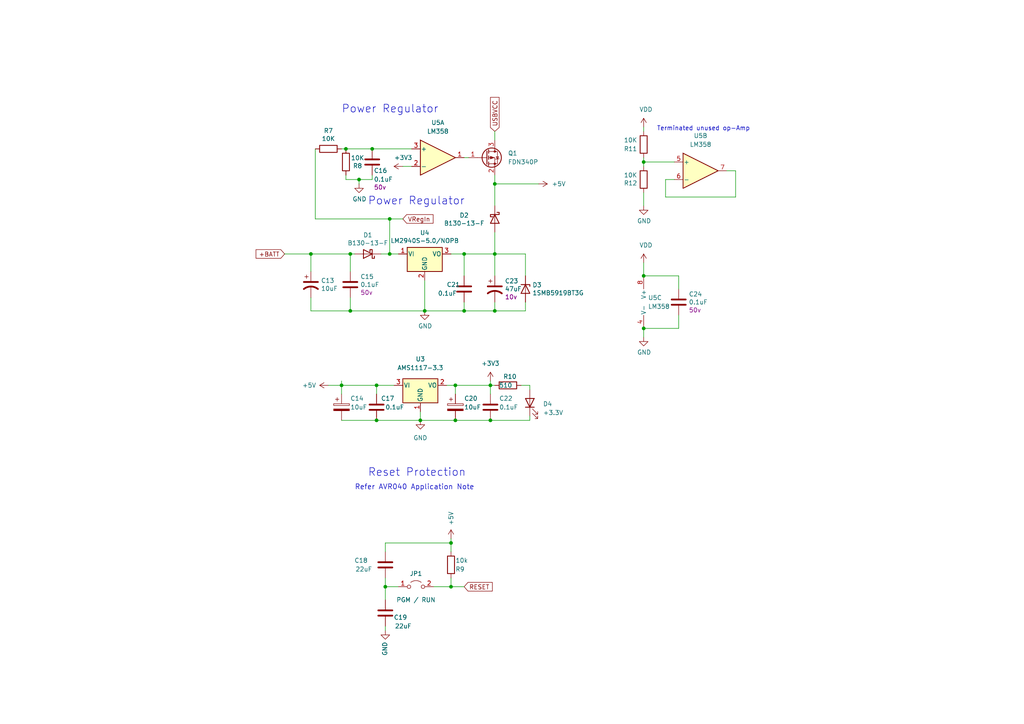
<source format=kicad_sch>
(kicad_sch (version 20211123) (generator eeschema)

  (uuid facb651f-22b9-4ffe-8248-6ec80bd20300)

  (paper "A4")

  (lib_symbols
    (symbol "Amplifier_Operational:LM358" (pin_names (offset 0.127)) (in_bom yes) (on_board yes)
      (property "Reference" "U" (id 0) (at 0 5.08 0)
        (effects (font (size 1.27 1.27)) (justify left))
      )
      (property "Value" "LM358" (id 1) (at 0 -5.08 0)
        (effects (font (size 1.27 1.27)) (justify left))
      )
      (property "Footprint" "" (id 2) (at 0 0 0)
        (effects (font (size 1.27 1.27)) hide)
      )
      (property "Datasheet" "http://www.ti.com/lit/ds/symlink/lm2904-n.pdf" (id 3) (at 0 0 0)
        (effects (font (size 1.27 1.27)) hide)
      )
      (property "ki_locked" "" (id 4) (at 0 0 0)
        (effects (font (size 1.27 1.27)))
      )
      (property "ki_keywords" "dual opamp" (id 5) (at 0 0 0)
        (effects (font (size 1.27 1.27)) hide)
      )
      (property "ki_description" "Low-Power, Dual Operational Amplifiers, DIP-8/SOIC-8/TO-99-8" (id 6) (at 0 0 0)
        (effects (font (size 1.27 1.27)) hide)
      )
      (property "ki_fp_filters" "SOIC*3.9x4.9mm*P1.27mm* DIP*W7.62mm* TO*99* OnSemi*Micro8* TSSOP*3x3mm*P0.65mm* TSSOP*4.4x3mm*P0.65mm* MSOP*3x3mm*P0.65mm* SSOP*3.9x4.9mm*P0.635mm* LFCSP*2x2mm*P0.5mm* *SIP* SOIC*5.3x6.2mm*P1.27mm*" (id 7) (at 0 0 0)
        (effects (font (size 1.27 1.27)) hide)
      )
      (symbol "LM358_1_1"
        (polyline
          (pts
            (xy -5.08 5.08)
            (xy 5.08 0)
            (xy -5.08 -5.08)
            (xy -5.08 5.08)
          )
          (stroke (width 0.254) (type default) (color 0 0 0 0))
          (fill (type background))
        )
        (pin output line (at 7.62 0 180) (length 2.54)
          (name "~" (effects (font (size 1.27 1.27))))
          (number "1" (effects (font (size 1.27 1.27))))
        )
        (pin input line (at -7.62 -2.54 0) (length 2.54)
          (name "-" (effects (font (size 1.27 1.27))))
          (number "2" (effects (font (size 1.27 1.27))))
        )
        (pin input line (at -7.62 2.54 0) (length 2.54)
          (name "+" (effects (font (size 1.27 1.27))))
          (number "3" (effects (font (size 1.27 1.27))))
        )
      )
      (symbol "LM358_2_1"
        (polyline
          (pts
            (xy -5.08 5.08)
            (xy 5.08 0)
            (xy -5.08 -5.08)
            (xy -5.08 5.08)
          )
          (stroke (width 0.254) (type default) (color 0 0 0 0))
          (fill (type background))
        )
        (pin input line (at -7.62 2.54 0) (length 2.54)
          (name "+" (effects (font (size 1.27 1.27))))
          (number "5" (effects (font (size 1.27 1.27))))
        )
        (pin input line (at -7.62 -2.54 0) (length 2.54)
          (name "-" (effects (font (size 1.27 1.27))))
          (number "6" (effects (font (size 1.27 1.27))))
        )
        (pin output line (at 7.62 0 180) (length 2.54)
          (name "~" (effects (font (size 1.27 1.27))))
          (number "7" (effects (font (size 1.27 1.27))))
        )
      )
      (symbol "LM358_3_1"
        (pin power_in line (at -2.54 -7.62 90) (length 3.81)
          (name "V-" (effects (font (size 1.27 1.27))))
          (number "4" (effects (font (size 1.27 1.27))))
        )
        (pin power_in line (at -2.54 7.62 270) (length 3.81)
          (name "V+" (effects (font (size 1.27 1.27))))
          (number "8" (effects (font (size 1.27 1.27))))
        )
      )
    )
    (symbol "Device:C" (pin_numbers hide) (pin_names (offset 0.254)) (in_bom yes) (on_board yes)
      (property "Reference" "C" (id 0) (at 0.635 2.54 0)
        (effects (font (size 1.27 1.27)) (justify left))
      )
      (property "Value" "C" (id 1) (at 0.635 -2.54 0)
        (effects (font (size 1.27 1.27)) (justify left))
      )
      (property "Footprint" "" (id 2) (at 0.9652 -3.81 0)
        (effects (font (size 1.27 1.27)) hide)
      )
      (property "Datasheet" "~" (id 3) (at 0 0 0)
        (effects (font (size 1.27 1.27)) hide)
      )
      (property "ki_keywords" "cap capacitor" (id 4) (at 0 0 0)
        (effects (font (size 1.27 1.27)) hide)
      )
      (property "ki_description" "Unpolarized capacitor" (id 5) (at 0 0 0)
        (effects (font (size 1.27 1.27)) hide)
      )
      (property "ki_fp_filters" "C_*" (id 6) (at 0 0 0)
        (effects (font (size 1.27 1.27)) hide)
      )
      (symbol "C_0_1"
        (polyline
          (pts
            (xy -2.032 -0.762)
            (xy 2.032 -0.762)
          )
          (stroke (width 0.508) (type default) (color 0 0 0 0))
          (fill (type none))
        )
        (polyline
          (pts
            (xy -2.032 0.762)
            (xy 2.032 0.762)
          )
          (stroke (width 0.508) (type default) (color 0 0 0 0))
          (fill (type none))
        )
      )
      (symbol "C_1_1"
        (pin passive line (at 0 3.81 270) (length 2.794)
          (name "~" (effects (font (size 1.27 1.27))))
          (number "1" (effects (font (size 1.27 1.27))))
        )
        (pin passive line (at 0 -3.81 90) (length 2.794)
          (name "~" (effects (font (size 1.27 1.27))))
          (number "2" (effects (font (size 1.27 1.27))))
        )
      )
    )
    (symbol "Device:CP1" (pin_numbers hide) (pin_names (offset 0.254) hide) (in_bom yes) (on_board yes)
      (property "Reference" "C" (id 0) (at 0.635 2.54 0)
        (effects (font (size 1.27 1.27)) (justify left))
      )
      (property "Value" "Device_CP1" (id 1) (at 0.635 -2.54 0)
        (effects (font (size 1.27 1.27)) (justify left))
      )
      (property "Footprint" "" (id 2) (at 0 0 0)
        (effects (font (size 1.27 1.27)) hide)
      )
      (property "Datasheet" "" (id 3) (at 0 0 0)
        (effects (font (size 1.27 1.27)) hide)
      )
      (property "ki_fp_filters" "CP_*" (id 4) (at 0 0 0)
        (effects (font (size 1.27 1.27)) hide)
      )
      (symbol "CP1_0_1"
        (polyline
          (pts
            (xy -2.032 0.762)
            (xy 2.032 0.762)
          )
          (stroke (width 0.508) (type default) (color 0 0 0 0))
          (fill (type none))
        )
        (polyline
          (pts
            (xy -1.778 2.286)
            (xy -0.762 2.286)
          )
          (stroke (width 0) (type default) (color 0 0 0 0))
          (fill (type none))
        )
        (polyline
          (pts
            (xy -1.27 1.778)
            (xy -1.27 2.794)
          )
          (stroke (width 0) (type default) (color 0 0 0 0))
          (fill (type none))
        )
        (arc (start 2.032 -1.27) (mid 0 -0.5572) (end -2.032 -1.27)
          (stroke (width 0.508) (type default) (color 0 0 0 0))
          (fill (type none))
        )
      )
      (symbol "CP1_1_1"
        (pin passive line (at 0 3.81 270) (length 2.794)
          (name "~" (effects (font (size 1.27 1.27))))
          (number "1" (effects (font (size 1.27 1.27))))
        )
        (pin passive line (at 0 -3.81 90) (length 3.302)
          (name "~" (effects (font (size 1.27 1.27))))
          (number "2" (effects (font (size 1.27 1.27))))
        )
      )
    )
    (symbol "Device:C_Polarized" (pin_numbers hide) (pin_names (offset 0.254)) (in_bom yes) (on_board yes)
      (property "Reference" "C" (id 0) (at 0.635 2.54 0)
        (effects (font (size 1.27 1.27)) (justify left))
      )
      (property "Value" "C_Polarized" (id 1) (at 0.635 -2.54 0)
        (effects (font (size 1.27 1.27)) (justify left))
      )
      (property "Footprint" "" (id 2) (at 0.9652 -3.81 0)
        (effects (font (size 1.27 1.27)) hide)
      )
      (property "Datasheet" "~" (id 3) (at 0 0 0)
        (effects (font (size 1.27 1.27)) hide)
      )
      (property "ki_keywords" "cap capacitor" (id 4) (at 0 0 0)
        (effects (font (size 1.27 1.27)) hide)
      )
      (property "ki_description" "Polarized capacitor" (id 5) (at 0 0 0)
        (effects (font (size 1.27 1.27)) hide)
      )
      (property "ki_fp_filters" "CP_*" (id 6) (at 0 0 0)
        (effects (font (size 1.27 1.27)) hide)
      )
      (symbol "C_Polarized_0_1"
        (rectangle (start -2.286 0.508) (end 2.286 1.016)
          (stroke (width 0) (type default) (color 0 0 0 0))
          (fill (type none))
        )
        (polyline
          (pts
            (xy -1.778 2.286)
            (xy -0.762 2.286)
          )
          (stroke (width 0) (type default) (color 0 0 0 0))
          (fill (type none))
        )
        (polyline
          (pts
            (xy -1.27 2.794)
            (xy -1.27 1.778)
          )
          (stroke (width 0) (type default) (color 0 0 0 0))
          (fill (type none))
        )
        (rectangle (start 2.286 -0.508) (end -2.286 -1.016)
          (stroke (width 0) (type default) (color 0 0 0 0))
          (fill (type outline))
        )
      )
      (symbol "C_Polarized_1_1"
        (pin passive line (at 0 3.81 270) (length 2.794)
          (name "~" (effects (font (size 1.27 1.27))))
          (number "1" (effects (font (size 1.27 1.27))))
        )
        (pin passive line (at 0 -3.81 90) (length 2.794)
          (name "~" (effects (font (size 1.27 1.27))))
          (number "2" (effects (font (size 1.27 1.27))))
        )
      )
    )
    (symbol "Device:D_Schottky" (pin_numbers hide) (pin_names (offset 1.016) hide) (in_bom yes) (on_board yes)
      (property "Reference" "D" (id 0) (at 0 2.54 0)
        (effects (font (size 1.27 1.27)))
      )
      (property "Value" "D_Schottky" (id 1) (at 0 -2.54 0)
        (effects (font (size 1.27 1.27)))
      )
      (property "Footprint" "" (id 2) (at 0 0 0)
        (effects (font (size 1.27 1.27)) hide)
      )
      (property "Datasheet" "~" (id 3) (at 0 0 0)
        (effects (font (size 1.27 1.27)) hide)
      )
      (property "ki_keywords" "diode Schottky" (id 4) (at 0 0 0)
        (effects (font (size 1.27 1.27)) hide)
      )
      (property "ki_description" "Schottky diode" (id 5) (at 0 0 0)
        (effects (font (size 1.27 1.27)) hide)
      )
      (property "ki_fp_filters" "TO-???* *_Diode_* *SingleDiode* D_*" (id 6) (at 0 0 0)
        (effects (font (size 1.27 1.27)) hide)
      )
      (symbol "D_Schottky_0_1"
        (polyline
          (pts
            (xy 1.27 0)
            (xy -1.27 0)
          )
          (stroke (width 0) (type default) (color 0 0 0 0))
          (fill (type none))
        )
        (polyline
          (pts
            (xy 1.27 1.27)
            (xy 1.27 -1.27)
            (xy -1.27 0)
            (xy 1.27 1.27)
          )
          (stroke (width 0.254) (type default) (color 0 0 0 0))
          (fill (type none))
        )
        (polyline
          (pts
            (xy -1.905 0.635)
            (xy -1.905 1.27)
            (xy -1.27 1.27)
            (xy -1.27 -1.27)
            (xy -0.635 -1.27)
            (xy -0.635 -0.635)
          )
          (stroke (width 0.254) (type default) (color 0 0 0 0))
          (fill (type none))
        )
      )
      (symbol "D_Schottky_1_1"
        (pin passive line (at -3.81 0 0) (length 2.54)
          (name "K" (effects (font (size 1.27 1.27))))
          (number "1" (effects (font (size 1.27 1.27))))
        )
        (pin passive line (at 3.81 0 180) (length 2.54)
          (name "A" (effects (font (size 1.27 1.27))))
          (number "2" (effects (font (size 1.27 1.27))))
        )
      )
    )
    (symbol "Device:D_Zener" (pin_numbers hide) (pin_names (offset 1.016) hide) (in_bom yes) (on_board yes)
      (property "Reference" "D" (id 0) (at 0 2.54 0)
        (effects (font (size 1.27 1.27)))
      )
      (property "Value" "D_Zener" (id 1) (at 0 -2.54 0)
        (effects (font (size 1.27 1.27)))
      )
      (property "Footprint" "" (id 2) (at 0 0 0)
        (effects (font (size 1.27 1.27)) hide)
      )
      (property "Datasheet" "~" (id 3) (at 0 0 0)
        (effects (font (size 1.27 1.27)) hide)
      )
      (property "ki_keywords" "diode" (id 4) (at 0 0 0)
        (effects (font (size 1.27 1.27)) hide)
      )
      (property "ki_description" "Zener diode" (id 5) (at 0 0 0)
        (effects (font (size 1.27 1.27)) hide)
      )
      (property "ki_fp_filters" "TO-???* *_Diode_* *SingleDiode* D_*" (id 6) (at 0 0 0)
        (effects (font (size 1.27 1.27)) hide)
      )
      (symbol "D_Zener_0_1"
        (polyline
          (pts
            (xy 1.27 0)
            (xy -1.27 0)
          )
          (stroke (width 0) (type default) (color 0 0 0 0))
          (fill (type none))
        )
        (polyline
          (pts
            (xy -1.27 -1.27)
            (xy -1.27 1.27)
            (xy -0.762 1.27)
          )
          (stroke (width 0.254) (type default) (color 0 0 0 0))
          (fill (type none))
        )
        (polyline
          (pts
            (xy 1.27 -1.27)
            (xy 1.27 1.27)
            (xy -1.27 0)
            (xy 1.27 -1.27)
          )
          (stroke (width 0.254) (type default) (color 0 0 0 0))
          (fill (type none))
        )
      )
      (symbol "D_Zener_1_1"
        (pin passive line (at -3.81 0 0) (length 2.54)
          (name "K" (effects (font (size 1.27 1.27))))
          (number "1" (effects (font (size 1.27 1.27))))
        )
        (pin passive line (at 3.81 0 180) (length 2.54)
          (name "A" (effects (font (size 1.27 1.27))))
          (number "2" (effects (font (size 1.27 1.27))))
        )
      )
    )
    (symbol "Device:LED" (pin_numbers hide) (pin_names (offset 1.016) hide) (in_bom yes) (on_board yes)
      (property "Reference" "D" (id 0) (at 0 2.54 0)
        (effects (font (size 1.27 1.27)))
      )
      (property "Value" "LED" (id 1) (at 0 -2.54 0)
        (effects (font (size 1.27 1.27)))
      )
      (property "Footprint" "" (id 2) (at 0 0 0)
        (effects (font (size 1.27 1.27)) hide)
      )
      (property "Datasheet" "~" (id 3) (at 0 0 0)
        (effects (font (size 1.27 1.27)) hide)
      )
      (property "ki_keywords" "LED diode" (id 4) (at 0 0 0)
        (effects (font (size 1.27 1.27)) hide)
      )
      (property "ki_description" "Light emitting diode" (id 5) (at 0 0 0)
        (effects (font (size 1.27 1.27)) hide)
      )
      (property "ki_fp_filters" "LED* LED_SMD:* LED_THT:*" (id 6) (at 0 0 0)
        (effects (font (size 1.27 1.27)) hide)
      )
      (symbol "LED_0_1"
        (polyline
          (pts
            (xy -1.27 -1.27)
            (xy -1.27 1.27)
          )
          (stroke (width 0.254) (type default) (color 0 0 0 0))
          (fill (type none))
        )
        (polyline
          (pts
            (xy -1.27 0)
            (xy 1.27 0)
          )
          (stroke (width 0) (type default) (color 0 0 0 0))
          (fill (type none))
        )
        (polyline
          (pts
            (xy 1.27 -1.27)
            (xy 1.27 1.27)
            (xy -1.27 0)
            (xy 1.27 -1.27)
          )
          (stroke (width 0.254) (type default) (color 0 0 0 0))
          (fill (type none))
        )
        (polyline
          (pts
            (xy -3.048 -0.762)
            (xy -4.572 -2.286)
            (xy -3.81 -2.286)
            (xy -4.572 -2.286)
            (xy -4.572 -1.524)
          )
          (stroke (width 0) (type default) (color 0 0 0 0))
          (fill (type none))
        )
        (polyline
          (pts
            (xy -1.778 -0.762)
            (xy -3.302 -2.286)
            (xy -2.54 -2.286)
            (xy -3.302 -2.286)
            (xy -3.302 -1.524)
          )
          (stroke (width 0) (type default) (color 0 0 0 0))
          (fill (type none))
        )
      )
      (symbol "LED_1_1"
        (pin passive line (at -3.81 0 0) (length 2.54)
          (name "K" (effects (font (size 1.27 1.27))))
          (number "1" (effects (font (size 1.27 1.27))))
        )
        (pin passive line (at 3.81 0 180) (length 2.54)
          (name "A" (effects (font (size 1.27 1.27))))
          (number "2" (effects (font (size 1.27 1.27))))
        )
      )
    )
    (symbol "Device:R" (pin_numbers hide) (pin_names (offset 0)) (in_bom yes) (on_board yes)
      (property "Reference" "R" (id 0) (at 2.032 0 90)
        (effects (font (size 1.27 1.27)))
      )
      (property "Value" "R" (id 1) (at 0 0 90)
        (effects (font (size 1.27 1.27)))
      )
      (property "Footprint" "" (id 2) (at -1.778 0 90)
        (effects (font (size 1.27 1.27)) hide)
      )
      (property "Datasheet" "~" (id 3) (at 0 0 0)
        (effects (font (size 1.27 1.27)) hide)
      )
      (property "ki_keywords" "R res resistor" (id 4) (at 0 0 0)
        (effects (font (size 1.27 1.27)) hide)
      )
      (property "ki_description" "Resistor" (id 5) (at 0 0 0)
        (effects (font (size 1.27 1.27)) hide)
      )
      (property "ki_fp_filters" "R_*" (id 6) (at 0 0 0)
        (effects (font (size 1.27 1.27)) hide)
      )
      (symbol "R_0_1"
        (rectangle (start -1.016 -2.54) (end 1.016 2.54)
          (stroke (width 0.254) (type default) (color 0 0 0 0))
          (fill (type none))
        )
      )
      (symbol "R_1_1"
        (pin passive line (at 0 3.81 270) (length 1.27)
          (name "~" (effects (font (size 1.27 1.27))))
          (number "1" (effects (font (size 1.27 1.27))))
        )
        (pin passive line (at 0 -3.81 90) (length 1.27)
          (name "~" (effects (font (size 1.27 1.27))))
          (number "2" (effects (font (size 1.27 1.27))))
        )
      )
    )
    (symbol "Jumper:Jumper_2_Open" (pin_names (offset 0) hide) (in_bom yes) (on_board yes)
      (property "Reference" "JP" (id 0) (at 0 2.794 0)
        (effects (font (size 1.27 1.27)))
      )
      (property "Value" "Jumper_2_Open" (id 1) (at 0 -2.286 0)
        (effects (font (size 1.27 1.27)))
      )
      (property "Footprint" "" (id 2) (at 0 0 0)
        (effects (font (size 1.27 1.27)) hide)
      )
      (property "Datasheet" "~" (id 3) (at 0 0 0)
        (effects (font (size 1.27 1.27)) hide)
      )
      (property "ki_keywords" "Jumper SPST" (id 4) (at 0 0 0)
        (effects (font (size 1.27 1.27)) hide)
      )
      (property "ki_description" "Jumper, 2-pole, open" (id 5) (at 0 0 0)
        (effects (font (size 1.27 1.27)) hide)
      )
      (property "ki_fp_filters" "Jumper* TestPoint*2Pads* TestPoint*Bridge*" (id 6) (at 0 0 0)
        (effects (font (size 1.27 1.27)) hide)
      )
      (symbol "Jumper_2_Open_0_0"
        (circle (center -2.032 0) (radius 0.508)
          (stroke (width 0) (type default) (color 0 0 0 0))
          (fill (type none))
        )
        (circle (center 2.032 0) (radius 0.508)
          (stroke (width 0) (type default) (color 0 0 0 0))
          (fill (type none))
        )
      )
      (symbol "Jumper_2_Open_0_1"
        (arc (start 1.524 1.27) (mid 0 1.778) (end -1.524 1.27)
          (stroke (width 0) (type default) (color 0 0 0 0))
          (fill (type none))
        )
      )
      (symbol "Jumper_2_Open_1_1"
        (pin passive line (at -5.08 0 0) (length 2.54)
          (name "A" (effects (font (size 1.27 1.27))))
          (number "1" (effects (font (size 1.27 1.27))))
        )
        (pin passive line (at 5.08 0 180) (length 2.54)
          (name "B" (effects (font (size 1.27 1.27))))
          (number "2" (effects (font (size 1.27 1.27))))
        )
      )
    )
    (symbol "Regulator_Linear:AMS1117-3.3" (pin_names (offset 0.254)) (in_bom yes) (on_board yes)
      (property "Reference" "U" (id 0) (at -3.81 3.175 0)
        (effects (font (size 1.27 1.27)))
      )
      (property "Value" "AMS1117-3.3" (id 1) (at 0 3.175 0)
        (effects (font (size 1.27 1.27)) (justify left))
      )
      (property "Footprint" "Package_TO_SOT_SMD:SOT-223-3_TabPin2" (id 2) (at 0 5.08 0)
        (effects (font (size 1.27 1.27)) hide)
      )
      (property "Datasheet" "http://www.advanced-monolithic.com/pdf/ds1117.pdf" (id 3) (at 2.54 -6.35 0)
        (effects (font (size 1.27 1.27)) hide)
      )
      (property "ki_keywords" "linear regulator ldo fixed positive" (id 4) (at 0 0 0)
        (effects (font (size 1.27 1.27)) hide)
      )
      (property "ki_description" "1A Low Dropout regulator, positive, 3.3V fixed output, SOT-223" (id 5) (at 0 0 0)
        (effects (font (size 1.27 1.27)) hide)
      )
      (property "ki_fp_filters" "SOT?223*TabPin2*" (id 6) (at 0 0 0)
        (effects (font (size 1.27 1.27)) hide)
      )
      (symbol "AMS1117-3.3_0_1"
        (rectangle (start -5.08 -5.08) (end 5.08 1.905)
          (stroke (width 0.254) (type default) (color 0 0 0 0))
          (fill (type background))
        )
      )
      (symbol "AMS1117-3.3_1_1"
        (pin power_in line (at 0 -7.62 90) (length 2.54)
          (name "GND" (effects (font (size 1.27 1.27))))
          (number "1" (effects (font (size 1.27 1.27))))
        )
        (pin power_out line (at 7.62 0 180) (length 2.54)
          (name "VO" (effects (font (size 1.27 1.27))))
          (number "2" (effects (font (size 1.27 1.27))))
        )
        (pin power_in line (at -7.62 0 0) (length 2.54)
          (name "VI" (effects (font (size 1.27 1.27))))
          (number "3" (effects (font (size 1.27 1.27))))
        )
      )
    )
    (symbol "Regulator_Linear:LM2937xS" (pin_names (offset 0.254)) (in_bom yes) (on_board yes)
      (property "Reference" "U" (id 0) (at -3.81 3.175 0)
        (effects (font (size 1.27 1.27)))
      )
      (property "Value" "LM2937xS" (id 1) (at 0 3.175 0)
        (effects (font (size 1.27 1.27)) (justify left))
      )
      (property "Footprint" "Package_TO_SOT_SMD:TO-263-3_TabPin2" (id 2) (at 0 5.715 0)
        (effects (font (size 1.27 1.27) italic) hide)
      )
      (property "Datasheet" "http://www.ti.com/lit/ds/symlink/lm2937.pdf" (id 3) (at 0 -1.27 0)
        (effects (font (size 1.27 1.27)) hide)
      )
      (property "ki_keywords" "Voltage Regulator Low Dropuout Positive LDO" (id 4) (at 0 0 0)
        (effects (font (size 1.27 1.27)) hide)
      )
      (property "ki_description" "500-mA Low Dropout Regulator, TO-263" (id 5) (at 0 0 0)
        (effects (font (size 1.27 1.27)) hide)
      )
      (property "ki_fp_filters" "TO?263*" (id 6) (at 0 0 0)
        (effects (font (size 1.27 1.27)) hide)
      )
      (symbol "LM2937xS_0_1"
        (rectangle (start -5.08 -5.08) (end 5.08 1.905)
          (stroke (width 0.254) (type default) (color 0 0 0 0))
          (fill (type background))
        )
      )
      (symbol "LM2937xS_1_1"
        (pin power_in line (at -7.62 0 0) (length 2.54)
          (name "VI" (effects (font (size 1.27 1.27))))
          (number "1" (effects (font (size 1.27 1.27))))
        )
        (pin power_in line (at 0 -7.62 90) (length 2.54)
          (name "GND" (effects (font (size 1.27 1.27))))
          (number "2" (effects (font (size 1.27 1.27))))
        )
        (pin power_out line (at 7.62 0 180) (length 2.54)
          (name "VO" (effects (font (size 1.27 1.27))))
          (number "3" (effects (font (size 1.27 1.27))))
        )
      )
    )
    (symbol "Transistor_FET:FDN340P" (pin_names hide) (in_bom yes) (on_board yes)
      (property "Reference" "Q" (id 0) (at 5.08 1.905 0)
        (effects (font (size 1.27 1.27)) (justify left))
      )
      (property "Value" "FDN340P" (id 1) (at 5.08 0 0)
        (effects (font (size 1.27 1.27)) (justify left))
      )
      (property "Footprint" "Package_TO_SOT_SMD:SOT-23" (id 2) (at 5.08 -1.905 0)
        (effects (font (size 1.27 1.27) italic) (justify left) hide)
      )
      (property "Datasheet" "https://www.onsemi.com/pub/Collateral/FDN340P-D.PDF" (id 3) (at 0 0 0)
        (effects (font (size 1.27 1.27)) (justify left) hide)
      )
      (property "ki_keywords" "P-Channel MOSFET" (id 4) (at 0 0 0)
        (effects (font (size 1.27 1.27)) hide)
      )
      (property "ki_description" "2A Id, 20V Vds, P-Channel MOSFET, 70mOhm Ron, SOT-23" (id 5) (at 0 0 0)
        (effects (font (size 1.27 1.27)) hide)
      )
      (property "ki_fp_filters" "SOT?23*" (id 6) (at 0 0 0)
        (effects (font (size 1.27 1.27)) hide)
      )
      (symbol "FDN340P_0_1"
        (polyline
          (pts
            (xy 0.254 0)
            (xy -2.54 0)
          )
          (stroke (width 0) (type default) (color 0 0 0 0))
          (fill (type none))
        )
        (polyline
          (pts
            (xy 0.254 1.905)
            (xy 0.254 -1.905)
          )
          (stroke (width 0.254) (type default) (color 0 0 0 0))
          (fill (type none))
        )
        (polyline
          (pts
            (xy 0.762 -1.27)
            (xy 0.762 -2.286)
          )
          (stroke (width 0.254) (type default) (color 0 0 0 0))
          (fill (type none))
        )
        (polyline
          (pts
            (xy 0.762 0.508)
            (xy 0.762 -0.508)
          )
          (stroke (width 0.254) (type default) (color 0 0 0 0))
          (fill (type none))
        )
        (polyline
          (pts
            (xy 0.762 2.286)
            (xy 0.762 1.27)
          )
          (stroke (width 0.254) (type default) (color 0 0 0 0))
          (fill (type none))
        )
        (polyline
          (pts
            (xy 2.54 2.54)
            (xy 2.54 1.778)
          )
          (stroke (width 0) (type default) (color 0 0 0 0))
          (fill (type none))
        )
        (polyline
          (pts
            (xy 2.54 -2.54)
            (xy 2.54 0)
            (xy 0.762 0)
          )
          (stroke (width 0) (type default) (color 0 0 0 0))
          (fill (type none))
        )
        (polyline
          (pts
            (xy 0.762 1.778)
            (xy 3.302 1.778)
            (xy 3.302 -1.778)
            (xy 0.762 -1.778)
          )
          (stroke (width 0) (type default) (color 0 0 0 0))
          (fill (type none))
        )
        (polyline
          (pts
            (xy 2.286 0)
            (xy 1.27 0.381)
            (xy 1.27 -0.381)
            (xy 2.286 0)
          )
          (stroke (width 0) (type default) (color 0 0 0 0))
          (fill (type outline))
        )
        (polyline
          (pts
            (xy 2.794 -0.508)
            (xy 2.921 -0.381)
            (xy 3.683 -0.381)
            (xy 3.81 -0.254)
          )
          (stroke (width 0) (type default) (color 0 0 0 0))
          (fill (type none))
        )
        (polyline
          (pts
            (xy 3.302 -0.381)
            (xy 2.921 0.254)
            (xy 3.683 0.254)
            (xy 3.302 -0.381)
          )
          (stroke (width 0) (type default) (color 0 0 0 0))
          (fill (type none))
        )
        (circle (center 1.651 0) (radius 2.794)
          (stroke (width 0.254) (type default) (color 0 0 0 0))
          (fill (type none))
        )
        (circle (center 2.54 -1.778) (radius 0.254)
          (stroke (width 0) (type default) (color 0 0 0 0))
          (fill (type outline))
        )
        (circle (center 2.54 1.778) (radius 0.254)
          (stroke (width 0) (type default) (color 0 0 0 0))
          (fill (type outline))
        )
      )
      (symbol "FDN340P_1_1"
        (pin input line (at -5.08 0 0) (length 2.54)
          (name "G" (effects (font (size 1.27 1.27))))
          (number "1" (effects (font (size 1.27 1.27))))
        )
        (pin passive line (at 2.54 -5.08 90) (length 2.54)
          (name "S" (effects (font (size 1.27 1.27))))
          (number "2" (effects (font (size 1.27 1.27))))
        )
        (pin passive line (at 2.54 5.08 270) (length 2.54)
          (name "D" (effects (font (size 1.27 1.27))))
          (number "3" (effects (font (size 1.27 1.27))))
        )
      )
    )
    (symbol "power:+3V3" (power) (pin_names (offset 0)) (in_bom yes) (on_board yes)
      (property "Reference" "#PWR" (id 0) (at 0 -3.81 0)
        (effects (font (size 1.27 1.27)) hide)
      )
      (property "Value" "+3V3" (id 1) (at 0 3.556 0)
        (effects (font (size 1.27 1.27)))
      )
      (property "Footprint" "" (id 2) (at 0 0 0)
        (effects (font (size 1.27 1.27)) hide)
      )
      (property "Datasheet" "" (id 3) (at 0 0 0)
        (effects (font (size 1.27 1.27)) hide)
      )
      (property "ki_keywords" "power-flag" (id 4) (at 0 0 0)
        (effects (font (size 1.27 1.27)) hide)
      )
      (property "ki_description" "Power symbol creates a global label with name \"+3V3\"" (id 5) (at 0 0 0)
        (effects (font (size 1.27 1.27)) hide)
      )
      (symbol "+3V3_0_1"
        (polyline
          (pts
            (xy -0.762 1.27)
            (xy 0 2.54)
          )
          (stroke (width 0) (type default) (color 0 0 0 0))
          (fill (type none))
        )
        (polyline
          (pts
            (xy 0 0)
            (xy 0 2.54)
          )
          (stroke (width 0) (type default) (color 0 0 0 0))
          (fill (type none))
        )
        (polyline
          (pts
            (xy 0 2.54)
            (xy 0.762 1.27)
          )
          (stroke (width 0) (type default) (color 0 0 0 0))
          (fill (type none))
        )
      )
      (symbol "+3V3_1_1"
        (pin power_in line (at 0 0 90) (length 0) hide
          (name "+3V3" (effects (font (size 1.27 1.27))))
          (number "1" (effects (font (size 1.27 1.27))))
        )
      )
    )
    (symbol "power:+5V" (power) (pin_names (offset 0)) (in_bom yes) (on_board yes)
      (property "Reference" "#PWR" (id 0) (at 0 -3.81 0)
        (effects (font (size 1.27 1.27)) hide)
      )
      (property "Value" "+5V" (id 1) (at 0 3.556 0)
        (effects (font (size 1.27 1.27)))
      )
      (property "Footprint" "" (id 2) (at 0 0 0)
        (effects (font (size 1.27 1.27)) hide)
      )
      (property "Datasheet" "" (id 3) (at 0 0 0)
        (effects (font (size 1.27 1.27)) hide)
      )
      (property "ki_keywords" "global power" (id 4) (at 0 0 0)
        (effects (font (size 1.27 1.27)) hide)
      )
      (property "ki_description" "Power symbol creates a global label with name \"+5V\"" (id 5) (at 0 0 0)
        (effects (font (size 1.27 1.27)) hide)
      )
      (symbol "+5V_0_1"
        (polyline
          (pts
            (xy -0.762 1.27)
            (xy 0 2.54)
          )
          (stroke (width 0) (type default) (color 0 0 0 0))
          (fill (type none))
        )
        (polyline
          (pts
            (xy 0 0)
            (xy 0 2.54)
          )
          (stroke (width 0) (type default) (color 0 0 0 0))
          (fill (type none))
        )
        (polyline
          (pts
            (xy 0 2.54)
            (xy 0.762 1.27)
          )
          (stroke (width 0) (type default) (color 0 0 0 0))
          (fill (type none))
        )
      )
      (symbol "+5V_1_1"
        (pin power_in line (at 0 0 90) (length 0) hide
          (name "+5V" (effects (font (size 1.27 1.27))))
          (number "1" (effects (font (size 1.27 1.27))))
        )
      )
    )
    (symbol "power:GND" (power) (pin_names (offset 0)) (in_bom yes) (on_board yes)
      (property "Reference" "#PWR" (id 0) (at 0 -6.35 0)
        (effects (font (size 1.27 1.27)) hide)
      )
      (property "Value" "GND" (id 1) (at 0 -3.81 0)
        (effects (font (size 1.27 1.27)))
      )
      (property "Footprint" "" (id 2) (at 0 0 0)
        (effects (font (size 1.27 1.27)) hide)
      )
      (property "Datasheet" "" (id 3) (at 0 0 0)
        (effects (font (size 1.27 1.27)) hide)
      )
      (property "ki_keywords" "power-flag" (id 4) (at 0 0 0)
        (effects (font (size 1.27 1.27)) hide)
      )
      (property "ki_description" "Power symbol creates a global label with name \"GND\" , ground" (id 5) (at 0 0 0)
        (effects (font (size 1.27 1.27)) hide)
      )
      (symbol "GND_0_1"
        (polyline
          (pts
            (xy 0 0)
            (xy 0 -1.27)
            (xy 1.27 -1.27)
            (xy 0 -2.54)
            (xy -1.27 -1.27)
            (xy 0 -1.27)
          )
          (stroke (width 0) (type default) (color 0 0 0 0))
          (fill (type none))
        )
      )
      (symbol "GND_1_1"
        (pin power_in line (at 0 0 270) (length 0) hide
          (name "GND" (effects (font (size 1.27 1.27))))
          (number "1" (effects (font (size 1.27 1.27))))
        )
      )
    )
    (symbol "power:VDD" (power) (pin_names (offset 0)) (in_bom yes) (on_board yes)
      (property "Reference" "#PWR" (id 0) (at 0 -3.81 0)
        (effects (font (size 1.27 1.27)) hide)
      )
      (property "Value" "VDD" (id 1) (at 0 3.81 0)
        (effects (font (size 1.27 1.27)))
      )
      (property "Footprint" "" (id 2) (at 0 0 0)
        (effects (font (size 1.27 1.27)) hide)
      )
      (property "Datasheet" "" (id 3) (at 0 0 0)
        (effects (font (size 1.27 1.27)) hide)
      )
      (property "ki_keywords" "power-flag" (id 4) (at 0 0 0)
        (effects (font (size 1.27 1.27)) hide)
      )
      (property "ki_description" "Power symbol creates a global label with name \"VDD\"" (id 5) (at 0 0 0)
        (effects (font (size 1.27 1.27)) hide)
      )
      (symbol "VDD_0_1"
        (polyline
          (pts
            (xy -0.762 1.27)
            (xy 0 2.54)
          )
          (stroke (width 0) (type default) (color 0 0 0 0))
          (fill (type none))
        )
        (polyline
          (pts
            (xy 0 0)
            (xy 0 2.54)
          )
          (stroke (width 0) (type default) (color 0 0 0 0))
          (fill (type none))
        )
        (polyline
          (pts
            (xy 0 2.54)
            (xy 0.762 1.27)
          )
          (stroke (width 0) (type default) (color 0 0 0 0))
          (fill (type none))
        )
      )
      (symbol "VDD_1_1"
        (pin power_in line (at 0 0 90) (length 0) hide
          (name "VDD" (effects (font (size 1.27 1.27))))
          (number "1" (effects (font (size 1.27 1.27))))
        )
      )
    )
  )

  (junction (at 101.6 90.17) (diameter 0) (color 0 0 0 0)
    (uuid 10f71cac-385b-4794-99c4-cc5e92c1ecdf)
  )
  (junction (at 186.69 95.25) (diameter 0) (color 0 0 0 0)
    (uuid 1316708b-30dc-4eec-8e40-676179df8f3f)
  )
  (junction (at 134.62 90.17) (diameter 0) (color 0 0 0 0)
    (uuid 1e6aaa55-2caf-4120-ab02-a929e1315b06)
  )
  (junction (at 130.81 157.48) (diameter 0) (color 0 0 0 0)
    (uuid 36b6edac-8fac-4ed8-baf7-18d72343a36d)
  )
  (junction (at 109.22 111.76) (diameter 0) (color 0 0 0 0)
    (uuid 380fc036-467a-4a1b-9078-982962a61169)
  )
  (junction (at 113.03 73.66) (diameter 0) (color 0 0 0 0)
    (uuid 3e1ee3b9-1183-4295-8237-beda629931ee)
  )
  (junction (at 134.62 73.66) (diameter 0) (color 0 0 0 0)
    (uuid 42b1fefc-2fbe-4fa2-a0b2-06b318d08934)
  )
  (junction (at 132.08 121.92) (diameter 0) (color 0 0 0 0)
    (uuid 4c00b745-84cb-442e-b11d-cbd203e2bac6)
  )
  (junction (at 186.69 46.99) (diameter 0) (color 0 0 0 0)
    (uuid 4d59c83b-169e-4cb9-8ab4-03729ab9ad66)
  )
  (junction (at 143.51 73.66) (diameter 0) (color 0 0 0 0)
    (uuid 4fa8bed6-d2ee-4a55-811a-37505f9786c2)
  )
  (junction (at 132.08 111.76) (diameter 0) (color 0 0 0 0)
    (uuid 521ac94c-b340-46ce-9624-d614dd8376e7)
  )
  (junction (at 99.06 111.76) (diameter 0) (color 0 0 0 0)
    (uuid 5c468f77-542b-44c6-b391-9e53aef4d460)
  )
  (junction (at 109.22 121.92) (diameter 0) (color 0 0 0 0)
    (uuid 697c1b50-88e9-44de-829f-0f87a73a53be)
  )
  (junction (at 121.92 121.92) (diameter 0) (color 0 0 0 0)
    (uuid 6a34320d-8095-451d-82c1-3a4961f8d887)
  )
  (junction (at 90.17 73.66) (diameter 0) (color 0 0 0 0)
    (uuid 8a3581cf-6ba1-4ba7-bfeb-cd299c15fc2b)
  )
  (junction (at 104.14 52.07) (diameter 0) (color 0 0 0 0)
    (uuid 9608b480-791c-4877-aca9-eaede09c300a)
  )
  (junction (at 142.24 121.92) (diameter 0) (color 0 0 0 0)
    (uuid adc954b5-3de4-4a12-8355-0f9129175b09)
  )
  (junction (at 100.33 43.18) (diameter 0) (color 0 0 0 0)
    (uuid b6bd62d1-dd6c-4df7-95c4-057d368c315f)
  )
  (junction (at 101.6 73.66) (diameter 0) (color 0 0 0 0)
    (uuid be41892b-d85a-414c-9542-674158650c28)
  )
  (junction (at 111.76 170.18) (diameter 0) (color 0 0 0 0)
    (uuid cb67155a-dcc1-4d36-9006-75b98ccd7ec1)
  )
  (junction (at 186.69 80.01) (diameter 0) (color 0 0 0 0)
    (uuid cc6f7531-d728-430f-9918-d4e41161b0a6)
  )
  (junction (at 113.03 63.5) (diameter 0) (color 0 0 0 0)
    (uuid cd3b040a-4fc7-4ecb-b933-fbcf9315e922)
  )
  (junction (at 142.24 111.76) (diameter 0) (color 0 0 0 0)
    (uuid d41c5c8c-71b7-4995-a2d0-d14a7e027b00)
  )
  (junction (at 123.19 90.17) (diameter 0) (color 0 0 0 0)
    (uuid d545638a-f776-4a37-8c59-d3470700f684)
  )
  (junction (at 143.51 90.17) (diameter 0) (color 0 0 0 0)
    (uuid e2cbeeb9-dcfa-48c4-92c8-c314813a8353)
  )
  (junction (at 130.81 170.18) (diameter 0) (color 0 0 0 0)
    (uuid e523f42f-0ebf-4698-ab58-bc5a73532af0)
  )
  (junction (at 107.95 43.18) (diameter 0) (color 0 0 0 0)
    (uuid f7159189-78c4-4acb-a472-154e2b60ac52)
  )
  (junction (at 143.51 53.34) (diameter 0) (color 0 0 0 0)
    (uuid feee6616-0385-4f94-8a53-6b04d4e672d2)
  )

  (wire (pts (xy 130.81 73.66) (xy 134.62 73.66))
    (stroke (width 0) (type default) (color 0 0 0 0))
    (uuid 00625d30-3145-4a4e-9e47-11809a1f91e1)
  )
  (wire (pts (xy 142.24 110.49) (xy 142.24 111.76))
    (stroke (width 0) (type default) (color 0 0 0 0))
    (uuid 0541aa54-d5c9-42f8-80a8-0129e0b64e72)
  )
  (wire (pts (xy 100.33 52.07) (xy 100.33 50.8))
    (stroke (width 0) (type default) (color 0 0 0 0))
    (uuid 0c8733bf-b58d-49d9-8f60-741e7f61f483)
  )
  (wire (pts (xy 152.4 80.01) (xy 152.4 73.66))
    (stroke (width 0) (type default) (color 0 0 0 0))
    (uuid 13839c96-2a3e-4b41-9299-49da11977916)
  )
  (wire (pts (xy 130.81 156.21) (xy 130.81 157.48))
    (stroke (width 0) (type default) (color 0 0 0 0))
    (uuid 1422ff54-7d3d-4565-87c7-65f548eae49b)
  )
  (wire (pts (xy 90.17 73.66) (xy 90.17 78.74))
    (stroke (width 0) (type default) (color 0 0 0 0))
    (uuid 14265b67-50b4-46ad-bf50-ab99ae86410c)
  )
  (wire (pts (xy 107.95 52.07) (xy 107.95 50.8))
    (stroke (width 0) (type default) (color 0 0 0 0))
    (uuid 15a88553-71cc-4c92-8acc-4b57fc288a51)
  )
  (wire (pts (xy 134.62 45.72) (xy 135.89 45.72))
    (stroke (width 0) (type default) (color 0 0 0 0))
    (uuid 1a1fb86b-7b09-468c-a1d5-bedb7bfa8208)
  )
  (wire (pts (xy 196.85 95.25) (xy 186.69 95.25))
    (stroke (width 0) (type default) (color 0 0 0 0))
    (uuid 1a612987-22ee-4cda-9d64-473cf8ce9463)
  )
  (wire (pts (xy 143.51 67.31) (xy 143.51 73.66))
    (stroke (width 0) (type default) (color 0 0 0 0))
    (uuid 1a8c6a79-2a75-4e6a-829f-fd2443303409)
  )
  (wire (pts (xy 109.22 121.92) (xy 121.92 121.92))
    (stroke (width 0) (type default) (color 0 0 0 0))
    (uuid 1dfd8fa5-6a89-46fb-ad0b-0632a7b517f9)
  )
  (wire (pts (xy 153.67 111.76) (xy 151.13 111.76))
    (stroke (width 0) (type default) (color 0 0 0 0))
    (uuid 1ec67d02-bc27-46ae-b6d1-7eb12dbd6df9)
  )
  (wire (pts (xy 113.03 73.66) (xy 110.49 73.66))
    (stroke (width 0) (type default) (color 0 0 0 0))
    (uuid 25f73fe5-ffca-4101-b71d-d209b9c98f1b)
  )
  (wire (pts (xy 99.06 121.92) (xy 109.22 121.92))
    (stroke (width 0) (type default) (color 0 0 0 0))
    (uuid 29f6622d-4d5a-434e-8fe3-1641e053e64b)
  )
  (wire (pts (xy 101.6 86.36) (xy 101.6 90.17))
    (stroke (width 0) (type default) (color 0 0 0 0))
    (uuid 2fa3b91d-8fc8-4625-b898-256d9b7f4bf0)
  )
  (wire (pts (xy 143.51 87.63) (xy 143.51 90.17))
    (stroke (width 0) (type default) (color 0 0 0 0))
    (uuid 335ba268-d0bb-442b-9cd4-48df6641b437)
  )
  (wire (pts (xy 95.25 111.76) (xy 99.06 111.76))
    (stroke (width 0) (type default) (color 0 0 0 0))
    (uuid 3abd4496-4fb1-43ad-ac8f-40d5eb1d7c02)
  )
  (wire (pts (xy 111.76 167.64) (xy 111.76 170.18))
    (stroke (width 0) (type default) (color 0 0 0 0))
    (uuid 3caa3988-f99b-49d9-896e-92b0ed53f499)
  )
  (wire (pts (xy 134.62 73.66) (xy 143.51 73.66))
    (stroke (width 0) (type default) (color 0 0 0 0))
    (uuid 439dbe94-3b74-4a04-8491-bc0a31f319da)
  )
  (wire (pts (xy 143.51 38.1) (xy 143.51 40.64))
    (stroke (width 0) (type default) (color 0 0 0 0))
    (uuid 451ea1c3-f422-4c04-8001-bb76bb59b3d7)
  )
  (wire (pts (xy 152.4 87.63) (xy 152.4 90.17))
    (stroke (width 0) (type default) (color 0 0 0 0))
    (uuid 4dd4c1b9-8adc-40be-a334-5419a995215c)
  )
  (wire (pts (xy 121.92 121.92) (xy 121.92 119.38))
    (stroke (width 0) (type default) (color 0 0 0 0))
    (uuid 4feb4051-bb6d-48f2-b5ae-5e346391862e)
  )
  (wire (pts (xy 153.67 113.03) (xy 153.67 111.76))
    (stroke (width 0) (type default) (color 0 0 0 0))
    (uuid 509d96d6-9c0c-46fb-814a-1171c1e171b9)
  )
  (wire (pts (xy 111.76 170.18) (xy 115.57 170.18))
    (stroke (width 0) (type default) (color 0 0 0 0))
    (uuid 5322dfe8-03e3-49ed-9671-9023435181a4)
  )
  (wire (pts (xy 101.6 90.17) (xy 123.19 90.17))
    (stroke (width 0) (type default) (color 0 0 0 0))
    (uuid 53b0570a-6f1c-40ed-8e32-5bba6782bb66)
  )
  (wire (pts (xy 186.69 46.99) (xy 195.58 46.99))
    (stroke (width 0) (type default) (color 0 0 0 0))
    (uuid 55d6073c-9e71-426a-8341-3116d3676018)
  )
  (wire (pts (xy 109.22 111.76) (xy 99.06 111.76))
    (stroke (width 0) (type default) (color 0 0 0 0))
    (uuid 57ee3549-740c-4250-af6f-ed530d4d7ad6)
  )
  (wire (pts (xy 143.51 73.66) (xy 143.51 80.01))
    (stroke (width 0) (type default) (color 0 0 0 0))
    (uuid 591fc5e1-f25d-40ad-ba6c-49a66dc38672)
  )
  (wire (pts (xy 134.62 87.63) (xy 134.62 90.17))
    (stroke (width 0) (type default) (color 0 0 0 0))
    (uuid 5a1810d4-95d1-44a2-8f08-98832eb9f7bf)
  )
  (wire (pts (xy 90.17 90.17) (xy 101.6 90.17))
    (stroke (width 0) (type default) (color 0 0 0 0))
    (uuid 5e74bb44-af02-44e9-a848-67eec974f88a)
  )
  (wire (pts (xy 91.44 43.18) (xy 91.44 63.5))
    (stroke (width 0) (type default) (color 0 0 0 0))
    (uuid 5ed0d143-4ff5-4832-a6bf-495668e529a9)
  )
  (wire (pts (xy 193.04 52.07) (xy 195.58 52.07))
    (stroke (width 0) (type default) (color 0 0 0 0))
    (uuid 60249b08-b279-431f-affc-79a107d734c4)
  )
  (wire (pts (xy 196.85 83.82) (xy 196.85 80.01))
    (stroke (width 0) (type default) (color 0 0 0 0))
    (uuid 61320173-90c5-4fda-9292-001d63c32780)
  )
  (wire (pts (xy 143.51 53.34) (xy 156.21 53.34))
    (stroke (width 0) (type default) (color 0 0 0 0))
    (uuid 663cf924-badc-4a90-9249-69ffeb8505b9)
  )
  (wire (pts (xy 130.81 167.64) (xy 130.81 170.18))
    (stroke (width 0) (type default) (color 0 0 0 0))
    (uuid 667ddd1b-8ebc-45e8-bafd-42871bcf5218)
  )
  (wire (pts (xy 153.67 120.65) (xy 153.67 121.92))
    (stroke (width 0) (type default) (color 0 0 0 0))
    (uuid 694c53c3-3d40-49c2-8088-5dffea973775)
  )
  (wire (pts (xy 213.36 57.15) (xy 193.04 57.15))
    (stroke (width 0) (type default) (color 0 0 0 0))
    (uuid 69ccdb94-9758-4098-9623-338249c13d11)
  )
  (wire (pts (xy 130.81 157.48) (xy 130.81 160.02))
    (stroke (width 0) (type default) (color 0 0 0 0))
    (uuid 6e1030e9-afca-46e8-ab55-495afbab685f)
  )
  (wire (pts (xy 143.51 90.17) (xy 134.62 90.17))
    (stroke (width 0) (type default) (color 0 0 0 0))
    (uuid 6e3277c1-a41f-4cc8-aca2-d0f5979fd719)
  )
  (wire (pts (xy 152.4 90.17) (xy 143.51 90.17))
    (stroke (width 0) (type default) (color 0 0 0 0))
    (uuid 6f197248-b233-487c-8166-ea1dd8653e06)
  )
  (wire (pts (xy 213.36 49.53) (xy 213.36 57.15))
    (stroke (width 0) (type default) (color 0 0 0 0))
    (uuid 786cd077-f766-46bb-9683-8b62b94ea8a3)
  )
  (wire (pts (xy 99.06 43.18) (xy 100.33 43.18))
    (stroke (width 0) (type default) (color 0 0 0 0))
    (uuid 78985e20-f60c-498f-a091-547f60fd8370)
  )
  (wire (pts (xy 111.76 182.88) (xy 111.76 181.61))
    (stroke (width 0) (type default) (color 0 0 0 0))
    (uuid 7a536c45-ffa5-4f39-9838-7999584f6bce)
  )
  (wire (pts (xy 210.82 49.53) (xy 213.36 49.53))
    (stroke (width 0) (type default) (color 0 0 0 0))
    (uuid 7d5b8d9b-4dc3-43ea-8f0e-83aca5d8e091)
  )
  (wire (pts (xy 104.14 52.07) (xy 104.14 53.34))
    (stroke (width 0) (type default) (color 0 0 0 0))
    (uuid 7fd6cae9-6b11-491f-9585-284744ff2bb7)
  )
  (wire (pts (xy 90.17 86.36) (xy 90.17 90.17))
    (stroke (width 0) (type default) (color 0 0 0 0))
    (uuid 805a0dc0-5ce1-4b38-b9d0-22a012893cc9)
  )
  (wire (pts (xy 101.6 73.66) (xy 102.87 73.66))
    (stroke (width 0) (type default) (color 0 0 0 0))
    (uuid 8066906c-24ed-4f22-844d-6c4d34848288)
  )
  (wire (pts (xy 100.33 43.18) (xy 107.95 43.18))
    (stroke (width 0) (type default) (color 0 0 0 0))
    (uuid 832c6a9b-b1d8-4f6d-8ee4-88190891c409)
  )
  (wire (pts (xy 143.51 53.34) (xy 143.51 59.69))
    (stroke (width 0) (type default) (color 0 0 0 0))
    (uuid 8453c0ba-84ff-469b-880d-1e45d4b1e9b7)
  )
  (wire (pts (xy 143.51 50.8) (xy 143.51 53.34))
    (stroke (width 0) (type default) (color 0 0 0 0))
    (uuid 93c88241-fa20-42ab-80dc-61faf8fa5784)
  )
  (wire (pts (xy 109.22 111.76) (xy 109.22 114.3))
    (stroke (width 0) (type default) (color 0 0 0 0))
    (uuid 94f7cdaf-4d9c-478f-bd2f-d6fc2ae05e78)
  )
  (wire (pts (xy 134.62 73.66) (xy 134.62 80.01))
    (stroke (width 0) (type default) (color 0 0 0 0))
    (uuid 95d42bda-38ae-40a6-84e9-e70019267cf1)
  )
  (wire (pts (xy 104.14 52.07) (xy 107.95 52.07))
    (stroke (width 0) (type default) (color 0 0 0 0))
    (uuid 97246209-cd97-4759-95a4-892c84b641b7)
  )
  (wire (pts (xy 132.08 111.76) (xy 132.08 114.3))
    (stroke (width 0) (type default) (color 0 0 0 0))
    (uuid 9a1c5092-e258-4b52-a9c0-285f3ae9e108)
  )
  (wire (pts (xy 111.76 170.18) (xy 111.76 173.99))
    (stroke (width 0) (type default) (color 0 0 0 0))
    (uuid 9aa75690-472d-4a94-881c-9d167376a66d)
  )
  (wire (pts (xy 107.95 43.18) (xy 119.38 43.18))
    (stroke (width 0) (type default) (color 0 0 0 0))
    (uuid a1218c4b-8ae5-4953-9d08-c251e11ad9dc)
  )
  (wire (pts (xy 113.03 63.5) (xy 113.03 73.66))
    (stroke (width 0) (type default) (color 0 0 0 0))
    (uuid a1c04cf6-a1ae-4568-8d0f-0441abd1da2c)
  )
  (wire (pts (xy 196.85 91.44) (xy 196.85 95.25))
    (stroke (width 0) (type default) (color 0 0 0 0))
    (uuid a4900fd4-95e9-472b-ac76-37aef8c5e851)
  )
  (wire (pts (xy 116.84 63.5) (xy 113.03 63.5))
    (stroke (width 0) (type default) (color 0 0 0 0))
    (uuid a4a298c3-680f-40f1-b0e8-3d4959f7a33d)
  )
  (wire (pts (xy 130.81 170.18) (xy 134.62 170.18))
    (stroke (width 0) (type default) (color 0 0 0 0))
    (uuid a4f6e9f2-374b-4988-9b7b-be6b6532e861)
  )
  (wire (pts (xy 115.57 73.66) (xy 113.03 73.66))
    (stroke (width 0) (type default) (color 0 0 0 0))
    (uuid aa34d9da-50b9-4333-9de1-a59a5e8c4870)
  )
  (wire (pts (xy 132.08 121.92) (xy 121.92 121.92))
    (stroke (width 0) (type default) (color 0 0 0 0))
    (uuid ae0edcec-1b07-41a1-9723-0b1c3b340027)
  )
  (wire (pts (xy 91.44 63.5) (xy 113.03 63.5))
    (stroke (width 0) (type default) (color 0 0 0 0))
    (uuid afdaafdf-c2df-46c6-a1cb-1e29065e84e6)
  )
  (wire (pts (xy 90.17 73.66) (xy 101.6 73.66))
    (stroke (width 0) (type default) (color 0 0 0 0))
    (uuid b45e7a16-f497-4c0b-8b07-30fa9e91f6de)
  )
  (wire (pts (xy 99.06 111.76) (xy 99.06 114.3))
    (stroke (width 0) (type default) (color 0 0 0 0))
    (uuid b68e2bba-ae1d-496c-97eb-8b9f85627bfa)
  )
  (wire (pts (xy 125.73 170.18) (xy 130.81 170.18))
    (stroke (width 0) (type default) (color 0 0 0 0))
    (uuid b8ba218c-b165-4555-bb3f-cf1ca3dfc17c)
  )
  (wire (pts (xy 134.62 90.17) (xy 123.19 90.17))
    (stroke (width 0) (type default) (color 0 0 0 0))
    (uuid c176f4a1-2579-4e00-aa5a-78e494c82dc9)
  )
  (wire (pts (xy 114.3 111.76) (xy 109.22 111.76))
    (stroke (width 0) (type default) (color 0 0 0 0))
    (uuid c3ab6d5a-00f9-4c5e-826b-579179a71a34)
  )
  (wire (pts (xy 142.24 111.76) (xy 142.24 114.3))
    (stroke (width 0) (type default) (color 0 0 0 0))
    (uuid c736f368-234b-45f5-8185-872f94578974)
  )
  (wire (pts (xy 196.85 80.01) (xy 186.69 80.01))
    (stroke (width 0) (type default) (color 0 0 0 0))
    (uuid c7b35f8f-0d47-4845-98df-a81085f01dcd)
  )
  (wire (pts (xy 152.4 73.66) (xy 143.51 73.66))
    (stroke (width 0) (type default) (color 0 0 0 0))
    (uuid c91da981-babb-4057-a547-b0ff54b972d8)
  )
  (wire (pts (xy 186.69 36.83) (xy 186.69 38.1))
    (stroke (width 0) (type default) (color 0 0 0 0))
    (uuid cac10947-ebcd-456b-be92-1da803769dbf)
  )
  (wire (pts (xy 186.69 95.25) (xy 186.69 97.79))
    (stroke (width 0) (type default) (color 0 0 0 0))
    (uuid cb34f138-835b-4a3a-be4c-a0c5c0a91b52)
  )
  (wire (pts (xy 100.33 52.07) (xy 104.14 52.07))
    (stroke (width 0) (type default) (color 0 0 0 0))
    (uuid d331f129-70c4-4a69-a39b-88e0345cd806)
  )
  (wire (pts (xy 153.67 121.92) (xy 142.24 121.92))
    (stroke (width 0) (type default) (color 0 0 0 0))
    (uuid d942706c-39cd-40ea-bb32-1ea2d68292d3)
  )
  (wire (pts (xy 99.06 110.49) (xy 99.06 111.76))
    (stroke (width 0) (type default) (color 0 0 0 0))
    (uuid daf632bb-3a1c-48ad-8e3c-ff4c7d0b57f9)
  )
  (wire (pts (xy 186.69 46.99) (xy 186.69 48.26))
    (stroke (width 0) (type default) (color 0 0 0 0))
    (uuid dc29fba5-8eb6-4b64-a77c-28f017d78006)
  )
  (wire (pts (xy 101.6 73.66) (xy 101.6 78.74))
    (stroke (width 0) (type default) (color 0 0 0 0))
    (uuid dff50752-7471-4231-bb39-8410dd90a34b)
  )
  (wire (pts (xy 193.04 57.15) (xy 193.04 52.07))
    (stroke (width 0) (type default) (color 0 0 0 0))
    (uuid e0e0a5a3-5bc6-4ffc-866e-a3f502ed4c2e)
  )
  (wire (pts (xy 116.84 48.26) (xy 119.38 48.26))
    (stroke (width 0) (type default) (color 0 0 0 0))
    (uuid e277b055-0cf6-415c-a45a-c07d344b38c6)
  )
  (wire (pts (xy 111.76 160.02) (xy 111.76 157.48))
    (stroke (width 0) (type default) (color 0 0 0 0))
    (uuid e287d3e1-63ca-4959-aff8-577b48a45425)
  )
  (wire (pts (xy 186.69 55.88) (xy 186.69 59.69))
    (stroke (width 0) (type default) (color 0 0 0 0))
    (uuid e79cb04a-11ad-4f2f-804b-d0770cc8b040)
  )
  (wire (pts (xy 123.19 81.28) (xy 123.19 90.17))
    (stroke (width 0) (type default) (color 0 0 0 0))
    (uuid e7c21d59-a689-46d1-8784-5fb56f042d10)
  )
  (wire (pts (xy 186.69 45.72) (xy 186.69 46.99))
    (stroke (width 0) (type default) (color 0 0 0 0))
    (uuid e90722fd-57b7-4a3f-9e1f-906fed7945b5)
  )
  (wire (pts (xy 111.76 157.48) (xy 130.81 157.48))
    (stroke (width 0) (type default) (color 0 0 0 0))
    (uuid ec053be7-68a4-478d-818b-be387fd8ecbb)
  )
  (wire (pts (xy 129.54 111.76) (xy 132.08 111.76))
    (stroke (width 0) (type default) (color 0 0 0 0))
    (uuid f864dba4-654b-4f4c-abfa-38d306037c99)
  )
  (wire (pts (xy 186.69 76.2) (xy 186.69 80.01))
    (stroke (width 0) (type default) (color 0 0 0 0))
    (uuid f88199ef-2152-497b-b187-cc0a27b8efef)
  )
  (wire (pts (xy 143.51 111.76) (xy 142.24 111.76))
    (stroke (width 0) (type default) (color 0 0 0 0))
    (uuid fdaa3d23-a26b-4c05-8057-304ec7bb2938)
  )
  (wire (pts (xy 132.08 121.92) (xy 142.24 121.92))
    (stroke (width 0) (type default) (color 0 0 0 0))
    (uuid fdcd2f70-65be-457a-aaec-0ddfe61e5a85)
  )
  (wire (pts (xy 132.08 111.76) (xy 142.24 111.76))
    (stroke (width 0) (type default) (color 0 0 0 0))
    (uuid fe0296ab-ca33-4d3b-b75e-6ac463fe9b8d)
  )
  (wire (pts (xy 82.55 73.66) (xy 90.17 73.66))
    (stroke (width 0) (type default) (color 0 0 0 0))
    (uuid ff43c5dd-fe22-4f4b-8d7b-27e5f9c2e88a)
  )

  (text "Power Regulator" (at 99.06 33.02 0)
    (effects (font (size 2.2606 2.2606)) (justify left bottom))
    (uuid 53531cb3-9bb8-4402-91af-0048142aab16)
  )
  (text "Power Regulator" (at 106.68 59.69 0)
    (effects (font (size 2.2606 2.2606)) (justify left bottom))
    (uuid 56507b9b-5698-4ed3-937d-c50f49b1cd37)
  )
  (text "Refer AVR040 Application Note" (at 102.87 142.24 0)
    (effects (font (size 1.4732 1.4732)) (justify left bottom))
    (uuid 5d627627-f85f-433c-851b-d0e9ccd06c63)
  )
  (text "Reset Protection" (at 106.68 138.43 0)
    (effects (font (size 2.2606 2.2606)) (justify left bottom))
    (uuid 8efaff8d-aa72-4864-b4e7-4ba086964c6e)
  )
  (text "Terminated unused op-Amp" (at 190.5 38.1 0)
    (effects (font (size 1.27 1.27)) (justify left bottom))
    (uuid 8fdcef1d-41d5-4789-846c-2468423d46cb)
  )

  (global_label "USBVCC" (shape input) (at 143.51 38.1 90) (fields_autoplaced)
    (effects (font (size 1.27 1.27)) (justify left))
    (uuid 3598adfa-605f-404e-b445-c798f8619f23)
    (property "Intersheet References" "${INTERSHEET_REFS}" (id 0) (at 143.4306 28.2483 90)
      (effects (font (size 1.27 1.27)) (justify left) hide)
    )
  )
  (global_label "VRegIn" (shape input) (at 116.84 63.5 0) (fields_autoplaced)
    (effects (font (size 1.27 1.27)) (justify left))
    (uuid 928515eb-ea45-49a1-9fbc-a798ee249a00)
    (property "Intersheet References" "${INTERSHEET_REFS}" (id 0) (at -38.1 11.43 0)
      (effects (font (size 1.27 1.27)) hide)
    )
  )
  (global_label "+BATT" (shape input) (at 82.55 73.66 180) (fields_autoplaced)
    (effects (font (size 1.27 1.27)) (justify right))
    (uuid bb944c37-973e-4f43-b6d2-69182c8817ba)
    (property "Intersheet References" "${INTERSHEET_REFS}" (id 0) (at 74.2707 73.5806 0)
      (effects (font (size 1.27 1.27)) (justify right) hide)
    )
  )
  (global_label "RESET" (shape input) (at 134.62 170.18 0) (fields_autoplaced)
    (effects (font (size 1.27 1.27)) (justify left))
    (uuid cd6ac13c-db38-4626-994e-f8d69f402f44)
    (property "Intersheet References" "${INTERSHEET_REFS}" (id 0) (at 284.48 300.99 0)
      (effects (font (size 1.27 1.27)) hide)
    )
  )

  (symbol (lib_id "Device:D_Schottky") (at 143.51 63.5 270) (unit 1)
    (in_bom yes) (on_board yes)
    (uuid 03494568-9e8e-489d-9562-272c485ded78)
    (property "Reference" "D2" (id 0) (at 134.62 62.4586 90))
    (property "Value" "B130-13-F" (id 1) (at 134.62 64.77 90))
    (property "Footprint" "Diode_SMD:D_SMA" (id 2) (at 143.51 63.5 0)
      (effects (font (size 1.27 1.27)) hide)
    )
    (property "Datasheet" "" (id 3) (at 143.51 63.5 0)
      (effects (font (size 1.27 1.27)) hide)
    )
    (property "Digikey Part Number" "" (id 4) (at 81.28 -81.28 0)
      (effects (font (size 1.27 1.27)) hide)
    )
    (property "Manufacturer_Name" "" (id 5) (at 81.28 -81.28 0)
      (effects (font (size 1.27 1.27)) hide)
    )
    (property "Manufacturer_Part_Number" "" (id 6) (at 81.28 -81.28 0)
      (effects (font (size 1.27 1.27)) hide)
    )
    (property "URL" "" (id 7) (at 81.28 -81.28 0)
      (effects (font (size 1.27 1.27)) hide)
    )
    (property "LCSC Part Number" "C134423" (id 8) (at 143.51 63.5 0)
      (effects (font (size 1.27 1.27)) hide)
    )
    (pin "1" (uuid b548f871-dee4-4a2d-a4f8-0d68c8d912c2))
    (pin "2" (uuid b16df75a-5328-4ee6-9326-74a2504183a1))
  )

  (symbol (lib_id "Transistor_FET:FDN340P") (at 140.97 45.72 0) (unit 1)
    (in_bom yes) (on_board yes)
    (uuid 073097ac-6c4a-432a-b1a9-5674778a2173)
    (property "Reference" "Q1" (id 0) (at 147.32 44.4499 0)
      (effects (font (size 1.27 1.27)) (justify left))
    )
    (property "Value" "FDN340P" (id 1) (at 147.32 46.9899 0)
      (effects (font (size 1.27 1.27)) (justify left))
    )
    (property "Footprint" "Package_TO_SOT_SMD:SOT-23" (id 2) (at 146.05 47.625 0)
      (effects (font (size 1.27 1.27) italic) (justify left) hide)
    )
    (property "Datasheet" "" (id 3) (at 140.97 45.72 0)
      (effects (font (size 1.27 1.27)) (justify left) hide)
    )
    (property "Manufacturer_Part_Number" "" (id 4) (at 140.97 45.72 0)
      (effects (font (size 1.27 1.27)) hide)
    )
    (property "LCSC Part Number" "C2890122" (id 5) (at 140.97 45.72 0)
      (effects (font (size 1.27 1.27)) hide)
    )
    (pin "1" (uuid 6224ab4a-c5db-4467-b748-0c6871bfd690))
    (pin "2" (uuid 9a9f2f87-b921-48f2-80fb-2da79629fab0))
    (pin "3" (uuid e277e760-4bb5-4ec0-85cb-b27e77265a2a))
  )

  (symbol (lib_id "power:VDD") (at 186.69 76.2 0) (unit 1)
    (in_bom yes) (on_board yes)
    (uuid 07a6ba00-f4b7-475f-898d-4bc8f49432be)
    (property "Reference" "#PWR0122" (id 0) (at 186.69 80.01 0)
      (effects (font (size 1.27 1.27)) hide)
    )
    (property "Value" "VDD" (id 1) (at 185.42 71.12 0)
      (effects (font (size 1.27 1.27)) (justify left))
    )
    (property "Footprint" "" (id 2) (at 186.69 76.2 0)
      (effects (font (size 1.27 1.27)) hide)
    )
    (property "Datasheet" "" (id 3) (at 186.69 76.2 0)
      (effects (font (size 1.27 1.27)) hide)
    )
    (pin "1" (uuid 2325a7a1-ee71-4d10-aed4-00b3876eda98))
  )

  (symbol (lib_id "Device:R") (at 95.25 43.18 90) (mirror x) (unit 1)
    (in_bom yes) (on_board yes)
    (uuid 07f5dc33-ffe6-4cb3-a39a-180b48318462)
    (property "Reference" "R7" (id 0) (at 95.25 37.9222 90))
    (property "Value" "10K" (id 1) (at 95.25 40.2336 90))
    (property "Footprint" "Resistor_SMD:R_0805_2012Metric" (id 2) (at 95.25 41.402 90)
      (effects (font (size 1.27 1.27)) hide)
    )
    (property "Datasheet" "" (id 3) (at 95.25 43.18 0)
      (effects (font (size 1.27 1.27)) hide)
    )
    (property "Digikey Part Number" "" (id 4) (at 184.15 -43.18 0)
      (effects (font (size 1.27 1.27)) hide)
    )
    (property "Manufacturer_Name" "" (id 5) (at 184.15 -43.18 0)
      (effects (font (size 1.27 1.27)) hide)
    )
    (property "Manufacturer_Part_Number" "" (id 6) (at 184.15 -43.18 0)
      (effects (font (size 1.27 1.27)) hide)
    )
    (property "URL" "" (id 7) (at 184.15 -43.18 0)
      (effects (font (size 1.27 1.27)) hide)
    )
    (property "LCSC Part Number" "C416062" (id 8) (at 95.25 43.18 0)
      (effects (font (size 1.27 1.27)) hide)
    )
    (pin "1" (uuid 8dd93a12-e5bf-42c7-b686-c6d65010b831))
    (pin "2" (uuid 761dfebf-2f0e-4293-ab94-4284be39bf39))
  )

  (symbol (lib_id "Device:CP1") (at 90.17 82.55 0) (unit 1)
    (in_bom yes) (on_board yes)
    (uuid 0892980b-87dd-48b2-a4a5-a55beeecda02)
    (property "Reference" "C13" (id 0) (at 93.091 81.3816 0)
      (effects (font (size 1.27 1.27)) (justify left))
    )
    (property "Value" "10uF" (id 1) (at 93.091 83.693 0)
      (effects (font (size 1.27 1.27)) (justify left))
    )
    (property "Footprint" "Capacitor_Tantalum_SMD:CP_EIA-7343-31_Kemet-D" (id 2) (at 90.17 82.55 0)
      (effects (font (size 1.27 1.27)) hide)
    )
    (property "Datasheet" "" (id 3) (at 90.17 82.55 0)
      (effects (font (size 1.27 1.27)) hide)
    )
    (property "Voltage" "35v" (id 4) (at 90.17 82.55 0)
      (effects (font (size 1.27 1.27)) hide)
    )
    (property "Digikey Part Number" "" (id 5) (at -38.1 154.94 0)
      (effects (font (size 1.27 1.27)) hide)
    )
    (property "Manufacturer_Name" "" (id 6) (at -38.1 154.94 0)
      (effects (font (size 1.27 1.27)) hide)
    )
    (property "Manufacturer_Part_Number" "" (id 7) (at -38.1 154.94 0)
      (effects (font (size 1.27 1.27)) hide)
    )
    (property "URL" "" (id 8) (at -38.1 154.94 0)
      (effects (font (size 1.27 1.27)) hide)
    )
    (property "LCSC Part Number" "C696821" (id 9) (at 90.17 82.55 0)
      (effects (font (size 1.27 1.27)) hide)
    )
    (pin "1" (uuid 01565739-b50d-46fd-b2ef-7e45d429503f))
    (pin "2" (uuid 20196582-87b6-4db4-a441-016fd132a4ff))
  )

  (symbol (lib_id "Device:R") (at 147.32 111.76 90) (unit 1)
    (in_bom yes) (on_board yes)
    (uuid 0cb88fa8-7c66-4efa-a1e9-6dc5fcb90bd4)
    (property "Reference" "R10" (id 0) (at 149.86 109.22 90)
      (effects (font (size 1.27 1.27)) (justify left))
    )
    (property "Value" "510" (id 1) (at 148.59 111.76 90)
      (effects (font (size 1.27 1.27)) (justify left))
    )
    (property "Footprint" "Resistor_SMD:R_0805_2012Metric" (id 2) (at 147.32 113.538 90)
      (effects (font (size 1.27 1.27)) hide)
    )
    (property "Datasheet" "" (id 3) (at 147.32 111.76 0)
      (effects (font (size 1.27 1.27)) hide)
    )
    (property "Digikey Part Number" "" (id 4) (at 147.32 111.76 0)
      (effects (font (size 1.27 1.27)) hide)
    )
    (property "Manufacturer_Name" "" (id 5) (at 147.32 111.76 0)
      (effects (font (size 1.27 1.27)) hide)
    )
    (property "Manufacturer_Part_Number" "" (id 6) (at 147.32 111.76 0)
      (effects (font (size 1.27 1.27)) hide)
    )
    (property "LCSC Part Number" "C228886" (id 7) (at 147.32 111.76 0)
      (effects (font (size 1.27 1.27)) hide)
    )
    (pin "1" (uuid c38cc7d6-a73f-4d87-a4cc-b0bffc6c924d))
    (pin "2" (uuid 5570e9be-786d-47b3-9acc-fbfa62df98c8))
  )

  (symbol (lib_id "Device:D_Schottky") (at 106.68 73.66 180) (unit 1)
    (in_bom yes) (on_board yes)
    (uuid 137785b7-92a3-4bf9-be35-9a4cc6b67709)
    (property "Reference" "D1" (id 0) (at 106.68 68.1736 0))
    (property "Value" "B130-13-F" (id 1) (at 106.68 70.485 0))
    (property "Footprint" "Diode_SMD:D_SMA" (id 2) (at 106.68 73.66 0)
      (effects (font (size 1.27 1.27)) hide)
    )
    (property "Datasheet" "" (id 3) (at 106.68 73.66 0)
      (effects (font (size 1.27 1.27)) hide)
    )
    (property "Digikey Part Number" "" (id 4) (at 251.46 11.43 0)
      (effects (font (size 1.27 1.27)) hide)
    )
    (property "Manufacturer_Name" "" (id 5) (at 251.46 11.43 0)
      (effects (font (size 1.27 1.27)) hide)
    )
    (property "Manufacturer_Part_Number" "" (id 6) (at 251.46 11.43 0)
      (effects (font (size 1.27 1.27)) hide)
    )
    (property "URL" "" (id 7) (at 251.46 11.43 0)
      (effects (font (size 1.27 1.27)) hide)
    )
    (property "LCSC Part Number" "C134423" (id 8) (at 106.68 73.66 0)
      (effects (font (size 1.27 1.27)) hide)
    )
    (pin "1" (uuid 4fca7faf-11ef-45f2-a0a5-a3e50b648727))
    (pin "2" (uuid dfc25b79-12cf-4d6e-9bd0-25d762e343a8))
  )

  (symbol (lib_id "Regulator_Linear:AMS1117-3.3") (at 121.92 111.76 0) (unit 1)
    (in_bom yes) (on_board yes) (fields_autoplaced)
    (uuid 1513f064-aa8e-4fe4-aef1-e1950ef63a19)
    (property "Reference" "U3" (id 0) (at 121.92 104.14 0))
    (property "Value" "AMS1117-3.3" (id 1) (at 121.92 106.68 0))
    (property "Footprint" "Package_TO_SOT_SMD:SOT-223-3_TabPin2" (id 2) (at 121.92 106.68 0)
      (effects (font (size 1.27 1.27)) hide)
    )
    (property "Datasheet" "" (id 3) (at 124.46 118.11 0)
      (effects (font (size 1.27 1.27)) hide)
    )
    (property "LCSC Part Number" "C2688239" (id 4) (at 121.92 111.76 0)
      (effects (font (size 1.27 1.27)) hide)
    )
    (pin "1" (uuid 6c638b57-3b1e-4f46-9372-60433a17e9fa))
    (pin "2" (uuid a4b65fdc-668b-411e-bb16-0465b29175db))
    (pin "3" (uuid 789e9210-2bcd-4c70-86f9-6366981d4d31))
  )

  (symbol (lib_id "power:+5V") (at 130.81 156.21 0) (unit 1)
    (in_bom yes) (on_board yes) (fields_autoplaced)
    (uuid 1f8f4422-cdd4-4cd2-9909-09721c55d860)
    (property "Reference" "#PWR0117" (id 0) (at 130.81 160.02 0)
      (effects (font (size 1.27 1.27)) hide)
    )
    (property "Value" "+5V" (id 1) (at 130.8099 152.4 90)
      (effects (font (size 1.27 1.27)) (justify left))
    )
    (property "Footprint" "" (id 2) (at 130.81 156.21 0)
      (effects (font (size 1.27 1.27)) hide)
    )
    (property "Datasheet" "" (id 3) (at 130.81 156.21 0)
      (effects (font (size 1.27 1.27)) hide)
    )
    (pin "1" (uuid 493b329a-f827-414d-b169-ac0214b21b14))
  )

  (symbol (lib_id "Device:C") (at 111.76 177.8 180) (unit 1)
    (in_bom yes) (on_board yes)
    (uuid 27fc5b89-d316-492b-81cb-21941b6341dc)
    (property "Reference" "C19" (id 0) (at 118.11 179.07 0)
      (effects (font (size 1.27 1.27)) (justify left))
    )
    (property "Value" "22uF" (id 1) (at 119.38 181.61 0)
      (effects (font (size 1.27 1.27)) (justify left))
    )
    (property "Footprint" "Capacitor_SMD:C_0805_2012Metric" (id 2) (at 110.7948 173.99 0)
      (effects (font (size 1.27 1.27)) hide)
    )
    (property "Datasheet" "" (id 3) (at 111.76 177.8 0)
      (effects (font (size 1.27 1.27)) hide)
    )
    (property "Digikey Part Number" "" (id 4) (at 256.54 52.07 0)
      (effects (font (size 1.27 1.27)) hide)
    )
    (property "Manufacturer_Name" "" (id 5) (at 256.54 52.07 0)
      (effects (font (size 1.27 1.27)) hide)
    )
    (property "Manufacturer_Part_Number" "" (id 6) (at 256.54 52.07 0)
      (effects (font (size 1.27 1.27)) hide)
    )
    (property "URL" "" (id 7) (at 256.54 52.07 0)
      (effects (font (size 1.27 1.27)) hide)
    )
    (property "LCSC Part Number" "C129303" (id 8) (at 111.76 177.8 0)
      (effects (font (size 1.27 1.27)) hide)
    )
    (pin "1" (uuid 08f6e7ca-6d38-423a-960c-dc0f886ff2bd))
    (pin "2" (uuid 662bd80b-1537-4744-9953-43331c5daf78))
  )

  (symbol (lib_id "Device:C") (at 111.76 163.83 180) (unit 1)
    (in_bom yes) (on_board yes)
    (uuid 2f19a702-8354-43be-8d34-61ceb295df75)
    (property "Reference" "C18" (id 0) (at 106.68 162.56 0)
      (effects (font (size 1.27 1.27)) (justify left))
    )
    (property "Value" "22uF" (id 1) (at 107.95 165.1 0)
      (effects (font (size 1.27 1.27)) (justify left))
    )
    (property "Footprint" "Capacitor_SMD:C_0805_2012Metric" (id 2) (at 110.7948 160.02 0)
      (effects (font (size 1.27 1.27)) hide)
    )
    (property "Datasheet" "" (id 3) (at 111.76 163.83 0)
      (effects (font (size 1.27 1.27)) hide)
    )
    (property "Digikey Part Number" "" (id 4) (at 256.54 38.1 0)
      (effects (font (size 1.27 1.27)) hide)
    )
    (property "Manufacturer_Name" "" (id 5) (at 256.54 38.1 0)
      (effects (font (size 1.27 1.27)) hide)
    )
    (property "Manufacturer_Part_Number" "" (id 6) (at 256.54 38.1 0)
      (effects (font (size 1.27 1.27)) hide)
    )
    (property "URL" "" (id 7) (at 256.54 38.1 0)
      (effects (font (size 1.27 1.27)) hide)
    )
    (property "LCSC Part Number" "C129303" (id 8) (at 111.76 163.83 0)
      (effects (font (size 1.27 1.27)) hide)
    )
    (pin "1" (uuid 0465c9c1-8b7a-4c0e-a654-552df092ea62))
    (pin "2" (uuid a6277233-3013-4835-83c9-4f5396c53748))
  )

  (symbol (lib_id "Amplifier_Operational:LM358") (at 203.2 49.53 0) (unit 2)
    (in_bom yes) (on_board yes) (fields_autoplaced)
    (uuid 330b04c4-e038-4d2a-be90-c77a4b29dc55)
    (property "Reference" "U5" (id 0) (at 203.2 39.37 0))
    (property "Value" "LM358" (id 1) (at 203.2 41.91 0))
    (property "Footprint" "Package_SO:SOIC-8_3.9x4.9mm_P1.27mm" (id 2) (at 203.2 49.53 0)
      (effects (font (size 1.27 1.27)) hide)
    )
    (property "Datasheet" "" (id 3) (at 203.2 49.53 0)
      (effects (font (size 1.27 1.27)) hide)
    )
    (property "Digikey Part Number" "" (id 4) (at 203.2 49.53 0)
      (effects (font (size 1.27 1.27)) hide)
    )
    (property "Manufacturer_Name" "" (id 5) (at 203.2 49.53 0)
      (effects (font (size 1.27 1.27)) hide)
    )
    (property "Manufacturer_Part_Number" "" (id 6) (at 203.2 49.53 0)
      (effects (font (size 1.27 1.27)) hide)
    )
    (property "LCSC Part Number" "C16416" (id 7) (at 203.2 49.53 0)
      (effects (font (size 1.27 1.27)) hide)
    )
    (pin "1" (uuid a3a6e527-4c49-400f-a93f-dac3e0c876a3))
    (pin "2" (uuid aaa1035b-9f14-4216-b8da-5ef56940470d))
    (pin "3" (uuid eaf1024b-e721-4611-8691-175da6cc4d3f))
    (pin "5" (uuid b4563d38-0517-4529-8221-e21494afe2f7))
    (pin "6" (uuid 3f41455b-239b-451a-85ae-4085994b4bd2))
    (pin "7" (uuid 43d75631-a023-4957-9111-d56510c9055a))
    (pin "4" (uuid 643ee287-3687-48a1-94aa-5957acd0d533))
    (pin "8" (uuid ae9c28cc-27be-487c-bd69-2c0e99e3c710))
  )

  (symbol (lib_id "power:VDD") (at 186.69 36.83 0) (unit 1)
    (in_bom yes) (on_board yes)
    (uuid 3d07b880-f220-43bc-8aff-5ed761c05f9d)
    (property "Reference" "#PWR0121" (id 0) (at 186.69 40.64 0)
      (effects (font (size 1.27 1.27)) hide)
    )
    (property "Value" "VDD" (id 1) (at 185.42 31.75 0)
      (effects (font (size 1.27 1.27)) (justify left))
    )
    (property "Footprint" "" (id 2) (at 186.69 36.83 0)
      (effects (font (size 1.27 1.27)) hide)
    )
    (property "Datasheet" "" (id 3) (at 186.69 36.83 0)
      (effects (font (size 1.27 1.27)) hide)
    )
    (pin "1" (uuid 66be7a69-8acf-41dd-bf50-ace7cbe64849))
  )

  (symbol (lib_id "power:+3V3") (at 116.84 48.26 90) (unit 1)
    (in_bom yes) (on_board yes)
    (uuid 4699f211-9ef0-431e-9e8e-547425628ae4)
    (property "Reference" "#PWR0125" (id 0) (at 120.65 48.26 0)
      (effects (font (size 1.27 1.27)) hide)
    )
    (property "Value" "+3V3" (id 1) (at 114.3 45.72 90)
      (effects (font (size 1.27 1.27)) (justify right))
    )
    (property "Footprint" "" (id 2) (at 116.84 48.26 0)
      (effects (font (size 1.27 1.27)) hide)
    )
    (property "Datasheet" "" (id 3) (at 116.84 48.26 0)
      (effects (font (size 1.27 1.27)) hide)
    )
    (pin "1" (uuid 82200e31-ce70-45fc-bd4a-8ec1289cdc62))
  )

  (symbol (lib_id "power:GND") (at 111.76 182.88 0) (mirror y) (unit 1)
    (in_bom yes) (on_board yes)
    (uuid 5b51cbbb-0d6b-4e37-9f7b-559c4a4dd979)
    (property "Reference" "#PWR0118" (id 0) (at 111.76 189.23 0)
      (effects (font (size 1.27 1.27)) hide)
    )
    (property "Value" "GND" (id 1) (at 111.633 186.1312 90)
      (effects (font (size 1.27 1.27)) (justify right))
    )
    (property "Footprint" "" (id 2) (at 111.76 182.88 0)
      (effects (font (size 1.27 1.27)) hide)
    )
    (property "Datasheet" "" (id 3) (at 111.76 182.88 0)
      (effects (font (size 1.27 1.27)) hide)
    )
    (pin "1" (uuid 86564398-35e3-4b84-9119-686485b55d50))
  )

  (symbol (lib_id "Amplifier_Operational:LM358") (at 189.23 87.63 0) (unit 3)
    (in_bom yes) (on_board yes) (fields_autoplaced)
    (uuid 5e7b7203-64cc-4bfe-938d-2e41df47f035)
    (property "Reference" "U5" (id 0) (at 187.96 86.3599 0)
      (effects (font (size 1.27 1.27)) (justify left))
    )
    (property "Value" "LM358" (id 1) (at 187.96 88.8999 0)
      (effects (font (size 1.27 1.27)) (justify left))
    )
    (property "Footprint" "Package_SO:SOIC-8_3.9x4.9mm_P1.27mm" (id 2) (at 189.23 87.63 0)
      (effects (font (size 1.27 1.27)) hide)
    )
    (property "Datasheet" "" (id 3) (at 189.23 87.63 0)
      (effects (font (size 1.27 1.27)) hide)
    )
    (property "Digikey Part Number" "" (id 4) (at 189.23 87.63 0)
      (effects (font (size 1.27 1.27)) hide)
    )
    (property "Manufacturer_Name" "" (id 5) (at 189.23 87.63 0)
      (effects (font (size 1.27 1.27)) hide)
    )
    (property "Manufacturer_Part_Number" "" (id 6) (at 189.23 87.63 0)
      (effects (font (size 1.27 1.27)) hide)
    )
    (property "LCSC Part Number" "C16416" (id 7) (at 189.23 87.63 0)
      (effects (font (size 1.27 1.27)) hide)
    )
    (pin "1" (uuid a8eb347f-c8d2-4662-87b9-20abc58fe108))
    (pin "2" (uuid 81e33627-f1a4-45a0-9874-0408e82572de))
    (pin "3" (uuid 1e81c8b8-c55f-4bbd-8f7f-944240ef49cc))
    (pin "5" (uuid e7d01b57-ca6e-4b69-946b-5474a647c09b))
    (pin "6" (uuid 85dca673-186a-4b1e-b4e5-eaa3cbdc0ad4))
    (pin "7" (uuid b3ebef43-0dc9-468c-adc6-91e3e7b55f3d))
    (pin "4" (uuid 5ef33e59-86a3-412a-a957-99a0640fb80b))
    (pin "8" (uuid f6475809-b76f-40f6-abec-653447ff4284))
  )

  (symbol (lib_id "power:+5V") (at 156.21 53.34 270) (unit 1)
    (in_bom yes) (on_board yes) (fields_autoplaced)
    (uuid 680fbf75-1e45-4e60-bcf5-24b5c3595548)
    (property "Reference" "#PWR0124" (id 0) (at 152.4 53.34 0)
      (effects (font (size 1.27 1.27)) hide)
    )
    (property "Value" "+5V" (id 1) (at 160.02 53.3399 90)
      (effects (font (size 1.27 1.27)) (justify left))
    )
    (property "Footprint" "" (id 2) (at 156.21 53.34 0)
      (effects (font (size 1.27 1.27)) hide)
    )
    (property "Datasheet" "" (id 3) (at 156.21 53.34 0)
      (effects (font (size 1.27 1.27)) hide)
    )
    (pin "1" (uuid a080a65b-6a70-44de-8878-c9c0cb43a8f9))
  )

  (symbol (lib_id "Device:C_Polarized") (at 132.08 118.11 0) (unit 1)
    (in_bom yes) (on_board yes)
    (uuid 6dcb041d-0bd2-4854-85f1-ace1a9f08f02)
    (property "Reference" "C20" (id 0) (at 134.62 115.57 0)
      (effects (font (size 1.27 1.27)) (justify left))
    )
    (property "Value" "10uF" (id 1) (at 134.62 118.11 0)
      (effects (font (size 1.27 1.27)) (justify left))
    )
    (property "Footprint" "Capacitor_Tantalum_SMD:CP_EIA-3528-21_Kemet-B" (id 2) (at 133.0452 121.92 0)
      (effects (font (size 1.27 1.27)) hide)
    )
    (property "Datasheet" "" (id 3) (at 132.08 118.11 0)
      (effects (font (size 1.27 1.27)) hide)
    )
    (property "Digikey Part Number" "" (id 4) (at 132.08 118.11 0)
      (effects (font (size 1.27 1.27)) hide)
    )
    (property "Manufacturer_Name" "" (id 5) (at 132.08 118.11 0)
      (effects (font (size 1.27 1.27)) hide)
    )
    (property "Manufacturer_Part_Number" "" (id 6) (at 132.08 118.11 0)
      (effects (font (size 1.27 1.27)) hide)
    )
    (property "LCSC Part Number" "C696821" (id 7) (at 132.08 118.11 0)
      (effects (font (size 1.27 1.27)) hide)
    )
    (pin "1" (uuid 6b9de445-d41d-4a30-b8d5-cc827b656386))
    (pin "2" (uuid 502437dc-91d5-4a08-8dea-a3cb350e74cf))
  )

  (symbol (lib_id "Regulator_Linear:LM2937xS") (at 123.19 73.66 0) (unit 1)
    (in_bom yes) (on_board yes)
    (uuid 7094681a-1ee5-4e8f-b695-47842d6d6f63)
    (property "Reference" "U4" (id 0) (at 123.19 67.5132 0))
    (property "Value" "LM2940S-5.0/NOPB" (id 1) (at 123.19 69.8246 0))
    (property "Footprint" "Package_TO_SOT_SMD:SOT-223-3_TabPin2" (id 2) (at 123.19 67.945 0)
      (effects (font (size 1.27 1.27) italic) hide)
    )
    (property "Datasheet" "" (id 3) (at 123.19 74.93 0)
      (effects (font (size 1.27 1.27)) hide)
    )
    (property "TR PN" "" (id 4) (at 123.19 73.66 0)
      (effects (font (size 1.27 1.27)) hide)
    )
    (property "Tube PN" "" (id 5) (at 123.19 73.66 0)
      (effects (font (size 1.27 1.27)) hide)
    )
    (property "Digikey Part Number" "" (id 6) (at -38.1 135.89 0)
      (effects (font (size 1.27 1.27)) hide)
    )
    (property "Manufacturer_Name" "" (id 7) (at -38.1 135.89 0)
      (effects (font (size 1.27 1.27)) hide)
    )
    (property "Manufacturer_Part_Number" "" (id 8) (at -38.1 135.89 0)
      (effects (font (size 1.27 1.27)) hide)
    )
    (property "URL" "" (id 9) (at -38.1 135.89 0)
      (effects (font (size 1.27 1.27)) hide)
    )
    (property "LCSC Part Number" "C596334" (id 10) (at 123.19 73.66 0)
      (effects (font (size 1.27 1.27)) hide)
    )
    (pin "1" (uuid 154f777a-46ac-448a-8f86-04541c3a65bb))
    (pin "2" (uuid d7b37f0d-d629-4aad-9816-ba72234e1bca))
    (pin "3" (uuid 10db2b32-721d-4d72-b9e4-b86d1bc99ced))
  )

  (symbol (lib_id "Device:CP1") (at 143.51 83.82 0) (unit 1)
    (in_bom yes) (on_board yes)
    (uuid 78397d68-5c6e-4337-83b5-1319a69ce09e)
    (property "Reference" "C23" (id 0) (at 146.431 81.5086 0)
      (effects (font (size 1.27 1.27)) (justify left))
    )
    (property "Value" "47uF" (id 1) (at 146.431 83.82 0)
      (effects (font (size 1.27 1.27)) (justify left))
    )
    (property "Footprint" "Capacitor_Tantalum_SMD:CP_EIA-3528-21_Kemet-B" (id 2) (at 143.51 83.82 0)
      (effects (font (size 1.27 1.27)) hide)
    )
    (property "Datasheet" "" (id 3) (at 143.51 83.82 0)
      (effects (font (size 1.27 1.27)) hide)
    )
    (property "Voltage" "10v" (id 4) (at 146.431 86.1314 0)
      (effects (font (size 1.27 1.27)) (justify left))
    )
    (property "Digikey Part Number" "" (id 5) (at -40.64 156.21 0)
      (effects (font (size 1.27 1.27)) hide)
    )
    (property "Manufacturer_Name" "" (id 6) (at -40.64 156.21 0)
      (effects (font (size 1.27 1.27)) hide)
    )
    (property "Manufacturer_Part_Number" "" (id 7) (at -40.64 156.21 0)
      (effects (font (size 1.27 1.27)) hide)
    )
    (property "URL" "" (id 8) (at -40.64 156.21 0)
      (effects (font (size 1.27 1.27)) hide)
    )
    (pin "1" (uuid 1c56b9ac-7cb5-492b-9ccd-60bb9316617b))
    (pin "2" (uuid b889ea8c-5d24-4eb9-90ea-58b2a479608a))
  )

  (symbol (lib_id "Device:C") (at 109.22 118.11 0) (unit 1)
    (in_bom yes) (on_board yes)
    (uuid 7e1076d4-d011-49ba-b667-8946457dccc4)
    (property "Reference" "C17" (id 0) (at 110.49 115.57 0)
      (effects (font (size 1.27 1.27)) (justify left))
    )
    (property "Value" "0.1uF" (id 1) (at 111.76 118.11 0)
      (effects (font (size 1.27 1.27)) (justify left))
    )
    (property "Footprint" "Capacitor_SMD:C_0805_2012Metric" (id 2) (at 110.1852 121.92 0)
      (effects (font (size 1.27 1.27)) hide)
    )
    (property "Datasheet" "" (id 3) (at 109.22 118.11 0)
      (effects (font (size 1.27 1.27)) hide)
    )
    (property "Digikey Part Number" "" (id 4) (at 109.22 118.11 0)
      (effects (font (size 1.27 1.27)) hide)
    )
    (property "Manufacturer_Name" "" (id 5) (at 109.22 118.11 0)
      (effects (font (size 1.27 1.27)) hide)
    )
    (property "Manufacturer_Part_Number" "" (id 6) (at 109.22 118.11 0)
      (effects (font (size 1.27 1.27)) hide)
    )
    (property "LCSC Part Number" "C49678" (id 7) (at 109.22 118.11 0)
      (effects (font (size 1.27 1.27)) hide)
    )
    (pin "1" (uuid 4ce91e56-961c-479c-81d6-742ecbc1a9ca))
    (pin "2" (uuid ecb93b1f-1ab4-4c24-b4d8-d6fb5f55c7dc))
  )

  (symbol (lib_id "Device:D_Zener") (at 152.4 83.82 270) (unit 1)
    (in_bom yes) (on_board yes)
    (uuid 839f67ec-1747-4891-8b28-5a66f8b13b4a)
    (property "Reference" "D3" (id 0) (at 154.4066 82.6516 90)
      (effects (font (size 1.27 1.27)) (justify left))
    )
    (property "Value" "1SMB5919BT3G" (id 1) (at 154.4066 84.963 90)
      (effects (font (size 1.27 1.27)) (justify left))
    )
    (property "Footprint" "Diode_SMD:D_SMB" (id 2) (at 152.4 83.82 0)
      (effects (font (size 1.27 1.27)) hide)
    )
    (property "Datasheet" "" (id 3) (at 152.4 83.82 0)
      (effects (font (size 1.27 1.27)) hide)
    )
    (property "Digikey Part Number" "" (id 4) (at 80.01 -109.22 0)
      (effects (font (size 1.27 1.27)) hide)
    )
    (property "Manufacturer_Name" "" (id 5) (at 80.01 -109.22 0)
      (effects (font (size 1.27 1.27)) hide)
    )
    (property "Manufacturer_Part_Number" "" (id 6) (at 80.01 -109.22 0)
      (effects (font (size 1.27 1.27)) hide)
    )
    (property "URL" "" (id 7) (at 80.01 -109.22 0)
      (effects (font (size 1.27 1.27)) hide)
    )
    (property "LCSC Part Number" "C70260" (id 8) (at 152.4 83.82 0)
      (effects (font (size 1.27 1.27)) hide)
    )
    (pin "1" (uuid c518d0be-fe7d-42af-9235-3eae198f65df))
    (pin "2" (uuid 4f14b159-81c3-4464-bd45-2a2483373800))
  )

  (symbol (lib_id "Device:C") (at 107.95 46.99 0) (unit 1)
    (in_bom yes) (on_board yes)
    (uuid 8a74ba85-1e65-447c-97d0-d2ee5a60ea31)
    (property "Reference" "C16" (id 0) (at 108.4325 49.4819 0)
      (effects (font (size 1.27 1.27)) (justify left))
    )
    (property "Value" "0.1uF" (id 1) (at 108.4325 52.0219 0)
      (effects (font (size 1.27 1.27)) (justify left))
    )
    (property "Footprint" "Capacitor_SMD:C_0805_2012Metric" (id 2) (at 108.9152 50.8 0)
      (effects (font (size 1.27 1.27)) hide)
    )
    (property "Datasheet" "" (id 3) (at 107.95 46.99 0)
      (effects (font (size 1.27 1.27)) hide)
    )
    (property "Voltage" "50v" (id 4) (at 108.4325 54.3333 0)
      (effects (font (size 1.27 1.27)) (justify left))
    )
    (property "Digikey Part Number" "" (id 5) (at -31.75 119.38 0)
      (effects (font (size 1.27 1.27)) hide)
    )
    (property "Manufacturer_Name" "" (id 6) (at -31.75 119.38 0)
      (effects (font (size 1.27 1.27)) hide)
    )
    (property "Manufacturer_Part_Number" "" (id 7) (at -31.75 119.38 0)
      (effects (font (size 1.27 1.27)) hide)
    )
    (property "URL" "" (id 8) (at -31.75 119.38 0)
      (effects (font (size 1.27 1.27)) hide)
    )
    (property "LCSC Part Number" "C49678" (id 9) (at 107.95 46.99 0)
      (effects (font (size 1.27 1.27)) hide)
    )
    (pin "1" (uuid a2105ede-5786-4b72-93a9-5f318fe7a57d))
    (pin "2" (uuid 19319453-4df7-471a-b91d-23af2766a0d8))
  )

  (symbol (lib_id "Device:C") (at 142.24 118.11 0) (unit 1)
    (in_bom yes) (on_board yes)
    (uuid 8afc068b-075e-4fb4-b1df-06aefce9f2fa)
    (property "Reference" "C22" (id 0) (at 144.78 115.57 0)
      (effects (font (size 1.27 1.27)) (justify left))
    )
    (property "Value" "0.1uF" (id 1) (at 144.78 118.11 0)
      (effects (font (size 1.27 1.27)) (justify left))
    )
    (property "Footprint" "Capacitor_SMD:C_0805_2012Metric" (id 2) (at 143.2052 121.92 0)
      (effects (font (size 1.27 1.27)) hide)
    )
    (property "Datasheet" "" (id 3) (at 142.24 118.11 0)
      (effects (font (size 1.27 1.27)) hide)
    )
    (property "Digikey Part Number" "" (id 4) (at 142.24 118.11 0)
      (effects (font (size 1.27 1.27)) hide)
    )
    (property "Manufacturer_Name" "" (id 5) (at 142.24 118.11 0)
      (effects (font (size 1.27 1.27)) hide)
    )
    (property "Manufacturer_Part_Number" "" (id 6) (at 142.24 118.11 0)
      (effects (font (size 1.27 1.27)) hide)
    )
    (property "LCSC Part Number" "C49678" (id 7) (at 142.24 118.11 0)
      (effects (font (size 1.27 1.27)) hide)
    )
    (pin "1" (uuid 179d5cc1-2716-4bb1-a320-8ea5cb776ec1))
    (pin "2" (uuid 5b1d74ad-4efe-43e0-b19e-f912db0401d1))
  )

  (symbol (lib_id "power:GND") (at 186.69 59.69 0) (unit 1)
    (in_bom yes) (on_board yes)
    (uuid 8ba0d710-7f99-4eea-baee-64e74de0b9e9)
    (property "Reference" "#PWR0119" (id 0) (at 186.69 66.04 0)
      (effects (font (size 1.27 1.27)) hide)
    )
    (property "Value" "GND" (id 1) (at 186.817 64.0842 0))
    (property "Footprint" "" (id 2) (at 186.69 59.69 0)
      (effects (font (size 1.27 1.27)) hide)
    )
    (property "Datasheet" "" (id 3) (at 186.69 59.69 0)
      (effects (font (size 1.27 1.27)) hide)
    )
    (pin "1" (uuid ff13cf39-cd87-47e0-a874-9ccebeefa2eb))
  )

  (symbol (lib_id "Device:LED") (at 153.67 116.84 90) (unit 1)
    (in_bom yes) (on_board yes) (fields_autoplaced)
    (uuid 8dbae6d9-2c23-47d5-bff6-e0b9a1902fac)
    (property "Reference" "D4" (id 0) (at 157.48 117.1574 90)
      (effects (font (size 1.27 1.27)) (justify right))
    )
    (property "Value" "+3.3V" (id 1) (at 157.48 119.6974 90)
      (effects (font (size 1.27 1.27)) (justify right))
    )
    (property "Footprint" "LED_SMD:LED_0805_2012Metric" (id 2) (at 153.67 116.84 0)
      (effects (font (size 1.27 1.27)) hide)
    )
    (property "Datasheet" "" (id 3) (at 153.67 116.84 0)
      (effects (font (size 1.27 1.27)) hide)
    )
    (property "LCSC Part Number" "C84256" (id 4) (at 153.67 116.84 0)
      (effects (font (size 1.27 1.27)) hide)
    )
    (pin "1" (uuid 0ae1d757-166d-4ca1-8b35-b7dfe74ac1c1))
    (pin "2" (uuid c5aca314-476b-45d7-bb39-897d9697faf5))
  )

  (symbol (lib_id "Device:C_Polarized") (at 99.06 118.11 0) (unit 1)
    (in_bom yes) (on_board yes)
    (uuid 91eddf68-a548-48c2-bc46-05216c84060f)
    (property "Reference" "C14" (id 0) (at 101.6 115.57 0)
      (effects (font (size 1.27 1.27)) (justify left))
    )
    (property "Value" "10uF" (id 1) (at 101.6 118.11 0)
      (effects (font (size 1.27 1.27)) (justify left))
    )
    (property "Footprint" "Capacitor_Tantalum_SMD:CP_EIA-3528-21_Kemet-B" (id 2) (at 100.0252 121.92 0)
      (effects (font (size 1.27 1.27)) hide)
    )
    (property "Datasheet" "" (id 3) (at 99.06 118.11 0)
      (effects (font (size 1.27 1.27)) hide)
    )
    (property "Digikey Part Number" "" (id 4) (at 99.06 118.11 0)
      (effects (font (size 1.27 1.27)) hide)
    )
    (property "Manufacturer_Name" "" (id 5) (at 99.06 118.11 0)
      (effects (font (size 1.27 1.27)) hide)
    )
    (property "Manufacturer_Part_Number" "" (id 6) (at 99.06 118.11 0)
      (effects (font (size 1.27 1.27)) hide)
    )
    (property "LCSC Part Number" "C696821" (id 7) (at 99.06 118.11 0)
      (effects (font (size 1.27 1.27)) hide)
    )
    (pin "1" (uuid bf9c362e-6274-48a8-855a-9a663d29c08e))
    (pin "2" (uuid 607e0777-635e-4d08-a1ab-46cf27cdf299))
  )

  (symbol (lib_id "Amplifier_Operational:LM358") (at 127 45.72 0) (unit 1)
    (in_bom yes) (on_board yes) (fields_autoplaced)
    (uuid 95c43caa-655b-4cf9-a040-fa01aa5a96b3)
    (property "Reference" "U5" (id 0) (at 127 35.56 0))
    (property "Value" "LM358" (id 1) (at 127 38.1 0))
    (property "Footprint" "Package_SO:SOIC-8_3.9x4.9mm_P1.27mm" (id 2) (at 127 45.72 0)
      (effects (font (size 1.27 1.27)) hide)
    )
    (property "Datasheet" "" (id 3) (at 127 45.72 0)
      (effects (font (size 1.27 1.27)) hide)
    )
    (property "Digikey Part Number" "" (id 4) (at 127 45.72 0)
      (effects (font (size 1.27 1.27)) hide)
    )
    (property "Manufacturer_Name" "" (id 5) (at 127 45.72 0)
      (effects (font (size 1.27 1.27)) hide)
    )
    (property "Manufacturer_Part_Number" "" (id 6) (at 127 45.72 0)
      (effects (font (size 1.27 1.27)) hide)
    )
    (property "LCSC Part Number" "C16416" (id 7) (at 127 45.72 0)
      (effects (font (size 1.27 1.27)) hide)
    )
    (pin "1" (uuid f3443372-6226-46d9-b2e3-a40ce4ca2d5f))
    (pin "2" (uuid 1129ef18-1d1c-4b24-a9dc-cd84cceacc52))
    (pin "3" (uuid a7f41f66-672b-466b-b5b7-ffd53ae4bd1e))
    (pin "5" (uuid 3d31dfb3-f7d3-47e3-b229-b47fb5749860))
    (pin "6" (uuid e81c9567-df6e-454b-b528-3baa2c34d144))
    (pin "7" (uuid 4e91c06e-4acd-4342-b454-8e9881106312))
    (pin "4" (uuid 5d98a45f-26ba-4977-a51b-81e95ef7d9bd))
    (pin "8" (uuid 5779d026-5dc6-41c0-9307-0d0ed36ccb51))
  )

  (symbol (lib_id "power:GND") (at 186.69 97.79 0) (unit 1)
    (in_bom yes) (on_board yes)
    (uuid 9646627a-197e-480f-9441-0cf86842c777)
    (property "Reference" "#PWR0120" (id 0) (at 186.69 104.14 0)
      (effects (font (size 1.27 1.27)) hide)
    )
    (property "Value" "GND" (id 1) (at 186.817 102.1842 0))
    (property "Footprint" "" (id 2) (at 186.69 97.79 0)
      (effects (font (size 1.27 1.27)) hide)
    )
    (property "Datasheet" "" (id 3) (at 186.69 97.79 0)
      (effects (font (size 1.27 1.27)) hide)
    )
    (pin "1" (uuid beae7642-737a-4cad-841f-ad61a5e948a4))
  )

  (symbol (lib_id "Device:R") (at 100.33 46.99 0) (mirror y) (unit 1)
    (in_bom yes) (on_board yes)
    (uuid 98d15f2c-6484-4ea2-8d58-79b04731d5b4)
    (property "Reference" "R8" (id 0) (at 103.7097 48.1149 0))
    (property "Value" "10K" (id 1) (at 103.7097 45.8035 0))
    (property "Footprint" "Resistor_SMD:R_0805_2012Metric" (id 2) (at 102.108 46.99 90)
      (effects (font (size 1.27 1.27)) hide)
    )
    (property "Datasheet" "" (id 3) (at 100.33 46.99 0)
      (effects (font (size 1.27 1.27)) hide)
    )
    (property "Digikey Part Number" "" (id 4) (at 186.69 135.89 0)
      (effects (font (size 1.27 1.27)) hide)
    )
    (property "Manufacturer_Name" "" (id 5) (at 186.69 135.89 0)
      (effects (font (size 1.27 1.27)) hide)
    )
    (property "Manufacturer_Part_Number" "" (id 6) (at 186.69 135.89 0)
      (effects (font (size 1.27 1.27)) hide)
    )
    (property "URL" "" (id 7) (at 186.69 135.89 0)
      (effects (font (size 1.27 1.27)) hide)
    )
    (property "LCSC Part Number" "C416062" (id 8) (at 100.33 46.99 0)
      (effects (font (size 1.27 1.27)) hide)
    )
    (pin "1" (uuid 80db889b-8053-4075-898c-e3477c706133))
    (pin "2" (uuid e2af18a9-65ca-4f8c-8308-d5e1b1125d01))
  )

  (symbol (lib_id "Device:R") (at 186.69 41.91 0) (mirror y) (unit 1)
    (in_bom yes) (on_board yes)
    (uuid 9c9e16d7-320d-4ed2-9216-b834de579d6e)
    (property "Reference" "R11" (id 0) (at 182.88 43.18 0))
    (property "Value" "10K" (id 1) (at 182.88 40.64 0))
    (property "Footprint" "Resistor_SMD:R_0805_2012Metric" (id 2) (at 188.468 41.91 90)
      (effects (font (size 1.27 1.27)) hide)
    )
    (property "Datasheet" "" (id 3) (at 186.69 41.91 0)
      (effects (font (size 1.27 1.27)) hide)
    )
    (property "Digikey Part Number" "" (id 4) (at 273.05 130.81 0)
      (effects (font (size 1.27 1.27)) hide)
    )
    (property "Manufacturer_Name" "" (id 5) (at 273.05 130.81 0)
      (effects (font (size 1.27 1.27)) hide)
    )
    (property "Manufacturer_Part_Number" "" (id 6) (at 273.05 130.81 0)
      (effects (font (size 1.27 1.27)) hide)
    )
    (property "URL" "" (id 7) (at 273.05 130.81 0)
      (effects (font (size 1.27 1.27)) hide)
    )
    (property "LCSC Part Number" "C416062" (id 8) (at 186.69 41.91 0)
      (effects (font (size 1.27 1.27)) hide)
    )
    (pin "1" (uuid d8f1d7f2-4d93-41e1-87c4-73bff1089c69))
    (pin "2" (uuid db966d64-927c-433e-a6f5-2d3a9c4fd019))
  )

  (symbol (lib_id "Device:C") (at 196.85 87.63 0) (unit 1)
    (in_bom yes) (on_board yes)
    (uuid 9d1ddb75-b02d-4185-9cc3-8879f52b172b)
    (property "Reference" "C24" (id 0) (at 199.771 85.3186 0)
      (effects (font (size 1.27 1.27)) (justify left))
    )
    (property "Value" "0.1uF" (id 1) (at 199.771 87.63 0)
      (effects (font (size 1.27 1.27)) (justify left))
    )
    (property "Footprint" "Capacitor_SMD:C_0805_2012Metric" (id 2) (at 197.8152 91.44 0)
      (effects (font (size 1.27 1.27)) hide)
    )
    (property "Datasheet" "" (id 3) (at 196.85 87.63 0)
      (effects (font (size 1.27 1.27)) hide)
    )
    (property "Voltage" "50v" (id 4) (at 199.771 89.9414 0)
      (effects (font (size 1.27 1.27)) (justify left))
    )
    (property "Digikey Part Number" "" (id 5) (at 57.15 160.02 0)
      (effects (font (size 1.27 1.27)) hide)
    )
    (property "Manufacturer_Name" "" (id 6) (at 57.15 160.02 0)
      (effects (font (size 1.27 1.27)) hide)
    )
    (property "Manufacturer_Part_Number" "" (id 7) (at 57.15 160.02 0)
      (effects (font (size 1.27 1.27)) hide)
    )
    (property "URL" "" (id 8) (at 57.15 160.02 0)
      (effects (font (size 1.27 1.27)) hide)
    )
    (property "LCSC Part Number" "C49678" (id 9) (at 196.85 87.63 0)
      (effects (font (size 1.27 1.27)) hide)
    )
    (pin "1" (uuid 689b6639-0dd9-403f-93cd-ca5dfb6b33c2))
    (pin "2" (uuid b1ad8d3a-7f31-429b-bc5b-f2fc8618e663))
  )

  (symbol (lib_id "power:+5V") (at 95.25 111.76 90) (unit 1)
    (in_bom yes) (on_board yes)
    (uuid a72838aa-3689-40a3-8780-2225ab0d8a09)
    (property "Reference" "#PWR0116" (id 0) (at 99.06 111.76 0)
      (effects (font (size 1.27 1.27)) hide)
    )
    (property "Value" "+5V" (id 1) (at 87.63 111.76 90)
      (effects (font (size 1.27 1.27)) (justify right))
    )
    (property "Footprint" "" (id 2) (at 95.25 111.76 0)
      (effects (font (size 1.27 1.27)) hide)
    )
    (property "Datasheet" "" (id 3) (at 95.25 111.76 0)
      (effects (font (size 1.27 1.27)) hide)
    )
    (pin "1" (uuid e4603513-2dae-47dd-b1f7-a9813eceedea))
  )

  (symbol (lib_id "Device:C") (at 101.6 82.55 0) (unit 1)
    (in_bom yes) (on_board yes)
    (uuid b0198903-fbde-4bd4-ab6b-73ac9be931e9)
    (property "Reference" "C15" (id 0) (at 104.521 80.2386 0)
      (effects (font (size 1.27 1.27)) (justify left))
    )
    (property "Value" "0.1uF" (id 1) (at 104.521 82.55 0)
      (effects (font (size 1.27 1.27)) (justify left))
    )
    (property "Footprint" "Capacitor_SMD:C_0805_2012Metric" (id 2) (at 102.5652 86.36 0)
      (effects (font (size 1.27 1.27)) hide)
    )
    (property "Datasheet" "" (id 3) (at 101.6 82.55 0)
      (effects (font (size 1.27 1.27)) hide)
    )
    (property "Voltage" "50v" (id 4) (at 104.521 84.8614 0)
      (effects (font (size 1.27 1.27)) (justify left))
    )
    (property "Digikey Part Number" "" (id 5) (at -38.1 154.94 0)
      (effects (font (size 1.27 1.27)) hide)
    )
    (property "Manufacturer_Name" "" (id 6) (at -38.1 154.94 0)
      (effects (font (size 1.27 1.27)) hide)
    )
    (property "Manufacturer_Part_Number" "" (id 7) (at -38.1 154.94 0)
      (effects (font (size 1.27 1.27)) hide)
    )
    (property "URL" "" (id 8) (at -38.1 154.94 0)
      (effects (font (size 1.27 1.27)) hide)
    )
    (property "LCSC Part Number" "C49678" (id 9) (at 101.6 82.55 0)
      (effects (font (size 1.27 1.27)) hide)
    )
    (pin "1" (uuid 3afc59d5-ff8e-4618-a92b-924505c2ce23))
    (pin "2" (uuid ece9de8b-c9ff-49c0-ab55-d4732c41fa57))
  )

  (symbol (lib_id "power:GND") (at 121.92 121.92 0) (unit 1)
    (in_bom yes) (on_board yes) (fields_autoplaced)
    (uuid b4c19520-8465-4d83-ac58-3b99a5c1109f)
    (property "Reference" "#PWR0115" (id 0) (at 121.92 128.27 0)
      (effects (font (size 1.27 1.27)) hide)
    )
    (property "Value" "GND" (id 1) (at 121.92 127 0))
    (property "Footprint" "" (id 2) (at 121.92 121.92 0)
      (effects (font (size 1.27 1.27)) hide)
    )
    (property "Datasheet" "" (id 3) (at 121.92 121.92 0)
      (effects (font (size 1.27 1.27)) hide)
    )
    (pin "1" (uuid 487fa161-1a6f-4899-8ee0-959ab9b7c0b1))
  )

  (symbol (lib_id "power:GND") (at 123.19 90.17 0) (unit 1)
    (in_bom yes) (on_board yes)
    (uuid ca4eb22c-cbeb-4d91-a494-a2575fefd685)
    (property "Reference" "#PWR0127" (id 0) (at 123.19 96.52 0)
      (effects (font (size 1.27 1.27)) hide)
    )
    (property "Value" "GND" (id 1) (at 123.317 94.5642 0))
    (property "Footprint" "" (id 2) (at 123.19 90.17 0)
      (effects (font (size 1.27 1.27)) hide)
    )
    (property "Datasheet" "" (id 3) (at 123.19 90.17 0)
      (effects (font (size 1.27 1.27)) hide)
    )
    (pin "1" (uuid c5480fb0-b792-4dc1-bd9c-2665feb3d183))
  )

  (symbol (lib_id "Device:R") (at 186.69 52.07 0) (mirror y) (unit 1)
    (in_bom yes) (on_board yes)
    (uuid cc1bcc98-80db-4b99-84f7-565e34a56a8d)
    (property "Reference" "R12" (id 0) (at 182.88 53.1114 0))
    (property "Value" "10K" (id 1) (at 182.88 50.8 0))
    (property "Footprint" "Resistor_SMD:R_0805_2012Metric" (id 2) (at 188.468 52.07 90)
      (effects (font (size 1.27 1.27)) hide)
    )
    (property "Datasheet" "" (id 3) (at 186.69 52.07 0)
      (effects (font (size 1.27 1.27)) hide)
    )
    (property "Digikey Part Number" "" (id 4) (at 273.05 140.97 0)
      (effects (font (size 1.27 1.27)) hide)
    )
    (property "Manufacturer_Name" "" (id 5) (at 273.05 140.97 0)
      (effects (font (size 1.27 1.27)) hide)
    )
    (property "Manufacturer_Part_Number" "" (id 6) (at 273.05 140.97 0)
      (effects (font (size 1.27 1.27)) hide)
    )
    (property "URL" "" (id 7) (at 273.05 140.97 0)
      (effects (font (size 1.27 1.27)) hide)
    )
    (property "LCSC Part Number" "C416062" (id 8) (at 186.69 52.07 0)
      (effects (font (size 1.27 1.27)) hide)
    )
    (pin "1" (uuid 6d6aefc4-40d1-4bae-be1d-2c389ccbd7e3))
    (pin "2" (uuid 7a71dcc8-f4e2-47db-955b-94a8a431bf83))
  )

  (symbol (lib_id "Jumper:Jumper_2_Open") (at 120.65 170.18 0) (unit 1)
    (in_bom yes) (on_board yes)
    (uuid cd127828-3713-4e86-8b88-d89f9d18c6de)
    (property "Reference" "JP1" (id 0) (at 120.65 166.37 0))
    (property "Value" "PGM / RUN" (id 1) (at 120.65 173.99 0))
    (property "Footprint" "Connector_PinHeader_2.54mm:PinHeader_1x02_P2.54mm_Vertical" (id 2) (at 120.65 170.18 0)
      (effects (font (size 1.27 1.27)) hide)
    )
    (property "Datasheet" "" (id 3) (at 120.65 170.18 0)
      (effects (font (size 1.27 1.27)) hide)
    )
    (property "Digikey Part Number" "" (id 4) (at 120.65 170.18 0)
      (effects (font (size 1.27 1.27)) hide)
    )
    (property "Manufacturer_Name" "" (id 5) (at 120.65 170.18 0)
      (effects (font (size 1.27 1.27)) hide)
    )
    (property "Manufacturer_Part_Number" "" (id 6) (at 120.65 170.18 0)
      (effects (font (size 1.27 1.27)) hide)
    )
    (property "URL" "" (id 7) (at 120.65 170.18 0)
      (effects (font (size 1.27 1.27)) hide)
    )
    (property "LCSC Part Number" "C5116481" (id 8) (at 120.65 170.18 0)
      (effects (font (size 1.27 1.27)) hide)
    )
    (pin "1" (uuid dca5f50f-6762-4fe1-948d-c5e86ba6548f))
    (pin "2" (uuid a81b386e-32ef-4ef7-8a31-979935cb4622))
  )

  (symbol (lib_id "power:GND") (at 104.14 53.34 0) (unit 1)
    (in_bom yes) (on_board yes)
    (uuid e28655b6-4749-4714-a231-9f643ca67f51)
    (property "Reference" "#PWR0123" (id 0) (at 104.14 59.69 0)
      (effects (font (size 1.27 1.27)) hide)
    )
    (property "Value" "GND" (id 1) (at 104.267 57.7342 0))
    (property "Footprint" "" (id 2) (at 104.14 53.34 0)
      (effects (font (size 1.27 1.27)) hide)
    )
    (property "Datasheet" "" (id 3) (at 104.14 53.34 0)
      (effects (font (size 1.27 1.27)) hide)
    )
    (pin "1" (uuid 55a7bbb1-3fa0-4e0d-a757-d77e6e82bd13))
  )

  (symbol (lib_id "Device:R") (at 130.81 163.83 0) (mirror x) (unit 1)
    (in_bom yes) (on_board yes)
    (uuid f196066e-0e0f-4349-a9e9-909d23378e59)
    (property "Reference" "R9" (id 0) (at 132.08 165.1 0)
      (effects (font (size 1.27 1.27)) (justify left))
    )
    (property "Value" "10k" (id 1) (at 132.08 162.56 0)
      (effects (font (size 1.27 1.27)) (justify left))
    )
    (property "Footprint" "Resistor_SMD:R_0805_2012Metric" (id 2) (at 129.032 163.83 90)
      (effects (font (size 1.27 1.27)) hide)
    )
    (property "Datasheet" "" (id 3) (at 130.81 163.83 0)
      (effects (font (size 1.27 1.27)) hide)
    )
    (property "Digikey Part Number" "" (id 4) (at -15.24 30.48 0)
      (effects (font (size 1.27 1.27)) hide)
    )
    (property "Manufacturer_Name" "" (id 5) (at -15.24 30.48 0)
      (effects (font (size 1.27 1.27)) hide)
    )
    (property "Manufacturer_Part_Number" "" (id 6) (at -15.24 30.48 0)
      (effects (font (size 1.27 1.27)) hide)
    )
    (property "URL" "" (id 7) (at -15.24 30.48 0)
      (effects (font (size 1.27 1.27)) hide)
    )
    (property "LCSC Part Number" "C416062" (id 8) (at 130.81 163.83 0)
      (effects (font (size 1.27 1.27)) hide)
    )
    (pin "1" (uuid 58529f4e-fff3-4162-8d57-ecd7243fef30))
    (pin "2" (uuid d057fbd4-f041-4f1f-8be8-55283280de2a))
  )

  (symbol (lib_id "Device:C") (at 134.62 83.82 0) (unit 1)
    (in_bom yes) (on_board yes)
    (uuid f1e7533c-65c5-421a-8513-41125c8ca402)
    (property "Reference" "C21" (id 0) (at 129.54 82.55 0)
      (effects (font (size 1.27 1.27)) (justify left))
    )
    (property "Value" "0.1uF" (id 1) (at 127 85.09 0)
      (effects (font (size 1.27 1.27)) (justify left))
    )
    (property "Footprint" "Capacitor_SMD:C_0805_2012Metric" (id 2) (at 135.5852 87.63 0)
      (effects (font (size 1.27 1.27)) hide)
    )
    (property "Datasheet" "" (id 3) (at 134.62 83.82 0)
      (effects (font (size 1.27 1.27)) hide)
    )
    (property "Digikey Part Number" "" (id 4) (at -40.64 156.21 0)
      (effects (font (size 1.27 1.27)) hide)
    )
    (property "Manufacturer_Name" "" (id 5) (at -40.64 156.21 0)
      (effects (font (size 1.27 1.27)) hide)
    )
    (property "Manufacturer_Part_Number" "" (id 6) (at -40.64 156.21 0)
      (effects (font (size 1.27 1.27)) hide)
    )
    (property "URL" "" (id 7) (at -40.64 156.21 0)
      (effects (font (size 1.27 1.27)) hide)
    )
    (property "LCSC Part Number" "C49678" (id 8) (at 134.62 83.82 0)
      (effects (font (size 1.27 1.27)) hide)
    )
    (pin "1" (uuid 274b9f8e-0905-478c-bb2f-9a49107ebf77))
    (pin "2" (uuid 79cc2567-a666-4f00-b728-cff56190c15c))
  )

  (symbol (lib_id "power:+3V3") (at 142.24 110.49 0) (unit 1)
    (in_bom yes) (on_board yes) (fields_autoplaced)
    (uuid f875851f-2fad-47ca-b4a5-a2d45e6dbbee)
    (property "Reference" "#PWR0126" (id 0) (at 142.24 114.3 0)
      (effects (font (size 1.27 1.27)) hide)
    )
    (property "Value" "+3V3" (id 1) (at 142.24 105.41 0))
    (property "Footprint" "" (id 2) (at 142.24 110.49 0)
      (effects (font (size 1.27 1.27)) hide)
    )
    (property "Datasheet" "" (id 3) (at 142.24 110.49 0)
      (effects (font (size 1.27 1.27)) hide)
    )
    (pin "1" (uuid 7e55354b-6dbc-4bfd-ac36-6f8e0c61c07a))
  )
)

</source>
